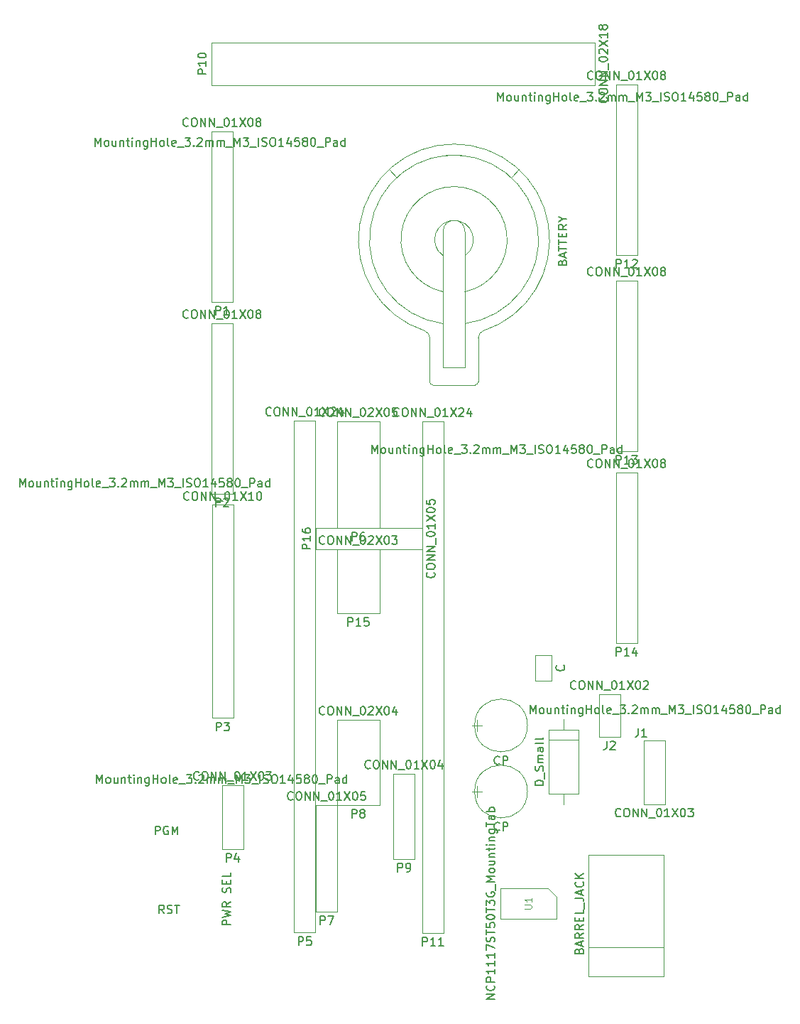
<source format=gbr>
G04 #@! TF.FileFunction,Other,Fab,Top*
%FSLAX46Y46*%
G04 Gerber Fmt 4.6, Leading zero omitted, Abs format (unit mm)*
G04 Created by KiCad (PCBNEW 4.0.6) date 06/28/18 03:02:04*
%MOMM*%
%LPD*%
G01*
G04 APERTURE LIST*
%ADD10C,0.100000*%
%ADD11C,0.150000*%
%ADD12C,0.120000*%
G04 APERTURE END LIST*
D10*
X145659000Y-145948000D02*
G75*
G03X145659000Y-145948000I-3150000J0D01*
G01*
X139059000Y-145948000D02*
X140259000Y-145948000D01*
X139659000Y-145298000D02*
X139659000Y-146598000D01*
X146569000Y-132736000D02*
X148569000Y-132736000D01*
X148569000Y-132736000D02*
X148569000Y-129736000D01*
X148569000Y-129736000D02*
X146569000Y-129736000D01*
X146569000Y-129736000D02*
X146569000Y-132736000D01*
X145659000Y-138074000D02*
G75*
G03X145659000Y-138074000I-3150000J0D01*
G01*
X139059000Y-138074000D02*
X140259000Y-138074000D01*
X139659000Y-137424000D02*
X139659000Y-138724000D01*
X152900000Y-164500000D02*
X161900000Y-164500000D01*
X152900000Y-168000000D02*
X161900000Y-168000000D01*
X161900000Y-168000000D02*
X161900000Y-153500000D01*
X161900000Y-153500000D02*
X152900000Y-153500000D01*
X152900000Y-153500000D02*
X152900000Y-168000000D01*
X151761000Y-138624000D02*
X148161000Y-138624000D01*
X148161000Y-138624000D02*
X148161000Y-146224000D01*
X148161000Y-146224000D02*
X151761000Y-146224000D01*
X151761000Y-146224000D02*
X151761000Y-138624000D01*
X149961000Y-137344000D02*
X149961000Y-138624000D01*
X149961000Y-147504000D02*
X149961000Y-146224000D01*
X151761000Y-139764000D02*
X148161000Y-139764000D01*
X110490000Y-87630000D02*
X110490000Y-67310000D01*
X110490000Y-67310000D02*
X107950000Y-67310000D01*
X107950000Y-67310000D02*
X107950000Y-87630000D01*
X107950000Y-87630000D02*
X110490000Y-87630000D01*
X110490000Y-110490000D02*
X110490000Y-90170000D01*
X110490000Y-90170000D02*
X107950000Y-90170000D01*
X107950000Y-90170000D02*
X107950000Y-110490000D01*
X107950000Y-110490000D02*
X110490000Y-110490000D01*
X110571000Y-137196000D02*
X110571000Y-111796000D01*
X110571000Y-111796000D02*
X108031000Y-111796000D01*
X108031000Y-111796000D02*
X108031000Y-137196000D01*
X108031000Y-137196000D02*
X110571000Y-137196000D01*
X111760000Y-152810000D02*
X111760000Y-145190000D01*
X111760000Y-145190000D02*
X109220000Y-145190000D01*
X109220000Y-145190000D02*
X109220000Y-152810000D01*
X109220000Y-152810000D02*
X111760000Y-152810000D01*
X120370000Y-162750000D02*
X120370000Y-101790000D01*
X120370000Y-101790000D02*
X117830000Y-101790000D01*
X117830000Y-101790000D02*
X117830000Y-162750000D01*
X117830000Y-162750000D02*
X120370000Y-162750000D01*
X128016000Y-114554000D02*
X128016000Y-101854000D01*
X128016000Y-101854000D02*
X122936000Y-101854000D01*
X122936000Y-101854000D02*
X122936000Y-114554000D01*
X122936000Y-114554000D02*
X128016000Y-114554000D01*
X122970000Y-160274000D02*
X122970000Y-147574000D01*
X122970000Y-147574000D02*
X120430000Y-147574000D01*
X120430000Y-147574000D02*
X120430000Y-160274000D01*
X120430000Y-160274000D02*
X122970000Y-160274000D01*
X128016000Y-147574000D02*
X128016000Y-137414000D01*
X128016000Y-137414000D02*
X122936000Y-137414000D01*
X122936000Y-137414000D02*
X122936000Y-147574000D01*
X122936000Y-147574000D02*
X128016000Y-147574000D01*
X132207000Y-153988000D02*
X132207000Y-143828000D01*
X132207000Y-143828000D02*
X129667000Y-143828000D01*
X129667000Y-143828000D02*
X129667000Y-153988000D01*
X129667000Y-153988000D02*
X132207000Y-153988000D01*
X107950000Y-61770000D02*
X153670000Y-61770000D01*
X153670000Y-61770000D02*
X153670000Y-56690000D01*
X153670000Y-56690000D02*
X107950000Y-56690000D01*
X107950000Y-56690000D02*
X107950000Y-61770000D01*
X135636000Y-162814000D02*
X135636000Y-101854000D01*
X135636000Y-101854000D02*
X133096000Y-101854000D01*
X133096000Y-101854000D02*
X133096000Y-162814000D01*
X133096000Y-162814000D02*
X135636000Y-162814000D01*
X158750000Y-82042000D02*
X158750000Y-61722000D01*
X158750000Y-61722000D02*
X156210000Y-61722000D01*
X156210000Y-61722000D02*
X156210000Y-82042000D01*
X156210000Y-82042000D02*
X158750000Y-82042000D01*
X158750000Y-105410000D02*
X158750000Y-85090000D01*
X158750000Y-85090000D02*
X156210000Y-85090000D01*
X156210000Y-85090000D02*
X156210000Y-105410000D01*
X156210000Y-105410000D02*
X158750000Y-105410000D01*
X158750000Y-128270000D02*
X158750000Y-107950000D01*
X158750000Y-107950000D02*
X156210000Y-107950000D01*
X156210000Y-107950000D02*
X156210000Y-128270000D01*
X156210000Y-128270000D02*
X158750000Y-128270000D01*
X128016000Y-124714000D02*
X128016000Y-117094000D01*
X128016000Y-117094000D02*
X122936000Y-117094000D01*
X122936000Y-117094000D02*
X122936000Y-124714000D01*
X122936000Y-124714000D02*
X128016000Y-124714000D01*
X120396000Y-117094000D02*
X133096000Y-117094000D01*
X133096000Y-117094000D02*
X133096000Y-114554000D01*
X133096000Y-114554000D02*
X120396000Y-114554000D01*
X120396000Y-114554000D02*
X120396000Y-117094000D01*
X148096000Y-157433000D02*
X149146000Y-158483000D01*
X148096000Y-157433000D02*
X142446000Y-157433000D01*
X149146000Y-158483000D02*
X149146000Y-161133000D01*
X142446000Y-157433000D02*
X142446000Y-161133000D01*
X149146000Y-161133000D02*
X142446000Y-161133000D01*
X140392182Y-91054277D02*
G75*
G03X139800000Y-91900000I307818J-845723D01*
G01*
X136824649Y-68799701D02*
G75*
G02X140400000Y-91050000I75351J-11400299D01*
G01*
X136975351Y-68799701D02*
G75*
G03X133400000Y-91050000I-75351J-11400299D01*
G01*
X135600000Y-70200000D02*
G75*
G02X138200000Y-90200000I1300000J-10000000D01*
G01*
X136696369Y-73868450D02*
G75*
G02X138200000Y-86400000I203631J-6331550D01*
G01*
X136724167Y-77904552D02*
G75*
G02X138200000Y-82100000I175833J-2295448D01*
G01*
X144621600Y-71828800D02*
X143783400Y-72743200D01*
X129178400Y-71828800D02*
X130042000Y-72768600D01*
X137075833Y-77904552D02*
G75*
G03X135600000Y-82100000I-175833J-2295448D01*
G01*
X137103631Y-73868450D02*
G75*
G03X135600000Y-86400000I-203631J-6331550D01*
G01*
X138200000Y-70200000D02*
G75*
G03X135600000Y-90200000I-1300000J-10000000D01*
G01*
X134000000Y-91869400D02*
X134000000Y-97100000D01*
X139800000Y-97100000D02*
X139800000Y-91869400D01*
X134400000Y-97500000D02*
X139400000Y-97500000D01*
X138200000Y-95400000D02*
X138200000Y-79200000D01*
X135600000Y-79200000D02*
X135600000Y-95400000D01*
X133407818Y-91054277D02*
G75*
G02X134000000Y-91900000I-307818J-845723D01*
G01*
X138200000Y-79200000D02*
G75*
G03X135600000Y-79200000I-1300000J0D01*
G01*
X135600000Y-95400000D02*
X138200000Y-95400000D01*
X139800000Y-97100000D02*
G75*
G02X139400000Y-97500000I-400000J0D01*
G01*
X134000000Y-97100000D02*
G75*
G03X134400000Y-97500000I400000J0D01*
G01*
X159530000Y-139830000D02*
X159530000Y-147450000D01*
X159530000Y-147450000D02*
X162070000Y-147450000D01*
X162070000Y-147450000D02*
X162070000Y-139830000D01*
X162070000Y-139830000D02*
X159530000Y-139830000D01*
X156718000Y-139446000D02*
X156718000Y-134366000D01*
X156718000Y-134366000D02*
X154178000Y-134366000D01*
X154178000Y-134366000D02*
X154178000Y-139446000D01*
X154178000Y-139446000D02*
X156718000Y-139446000D01*
D11*
X85095238Y-109652381D02*
X85095238Y-108652381D01*
X85428572Y-109366667D01*
X85761905Y-108652381D01*
X85761905Y-109652381D01*
X86380952Y-109652381D02*
X86285714Y-109604762D01*
X86238095Y-109557143D01*
X86190476Y-109461905D01*
X86190476Y-109176190D01*
X86238095Y-109080952D01*
X86285714Y-109033333D01*
X86380952Y-108985714D01*
X86523810Y-108985714D01*
X86619048Y-109033333D01*
X86666667Y-109080952D01*
X86714286Y-109176190D01*
X86714286Y-109461905D01*
X86666667Y-109557143D01*
X86619048Y-109604762D01*
X86523810Y-109652381D01*
X86380952Y-109652381D01*
X87571429Y-108985714D02*
X87571429Y-109652381D01*
X87142857Y-108985714D02*
X87142857Y-109509524D01*
X87190476Y-109604762D01*
X87285714Y-109652381D01*
X87428572Y-109652381D01*
X87523810Y-109604762D01*
X87571429Y-109557143D01*
X88047619Y-108985714D02*
X88047619Y-109652381D01*
X88047619Y-109080952D02*
X88095238Y-109033333D01*
X88190476Y-108985714D01*
X88333334Y-108985714D01*
X88428572Y-109033333D01*
X88476191Y-109128571D01*
X88476191Y-109652381D01*
X88809524Y-108985714D02*
X89190476Y-108985714D01*
X88952381Y-108652381D02*
X88952381Y-109509524D01*
X89000000Y-109604762D01*
X89095238Y-109652381D01*
X89190476Y-109652381D01*
X89523810Y-109652381D02*
X89523810Y-108985714D01*
X89523810Y-108652381D02*
X89476191Y-108700000D01*
X89523810Y-108747619D01*
X89571429Y-108700000D01*
X89523810Y-108652381D01*
X89523810Y-108747619D01*
X90000000Y-108985714D02*
X90000000Y-109652381D01*
X90000000Y-109080952D02*
X90047619Y-109033333D01*
X90142857Y-108985714D01*
X90285715Y-108985714D01*
X90380953Y-109033333D01*
X90428572Y-109128571D01*
X90428572Y-109652381D01*
X91333334Y-108985714D02*
X91333334Y-109795238D01*
X91285715Y-109890476D01*
X91238096Y-109938095D01*
X91142857Y-109985714D01*
X91000000Y-109985714D01*
X90904762Y-109938095D01*
X91333334Y-109604762D02*
X91238096Y-109652381D01*
X91047619Y-109652381D01*
X90952381Y-109604762D01*
X90904762Y-109557143D01*
X90857143Y-109461905D01*
X90857143Y-109176190D01*
X90904762Y-109080952D01*
X90952381Y-109033333D01*
X91047619Y-108985714D01*
X91238096Y-108985714D01*
X91333334Y-109033333D01*
X91809524Y-109652381D02*
X91809524Y-108652381D01*
X91809524Y-109128571D02*
X92380953Y-109128571D01*
X92380953Y-109652381D02*
X92380953Y-108652381D01*
X93000000Y-109652381D02*
X92904762Y-109604762D01*
X92857143Y-109557143D01*
X92809524Y-109461905D01*
X92809524Y-109176190D01*
X92857143Y-109080952D01*
X92904762Y-109033333D01*
X93000000Y-108985714D01*
X93142858Y-108985714D01*
X93238096Y-109033333D01*
X93285715Y-109080952D01*
X93333334Y-109176190D01*
X93333334Y-109461905D01*
X93285715Y-109557143D01*
X93238096Y-109604762D01*
X93142858Y-109652381D01*
X93000000Y-109652381D01*
X93904762Y-109652381D02*
X93809524Y-109604762D01*
X93761905Y-109509524D01*
X93761905Y-108652381D01*
X94666668Y-109604762D02*
X94571430Y-109652381D01*
X94380953Y-109652381D01*
X94285715Y-109604762D01*
X94238096Y-109509524D01*
X94238096Y-109128571D01*
X94285715Y-109033333D01*
X94380953Y-108985714D01*
X94571430Y-108985714D01*
X94666668Y-109033333D01*
X94714287Y-109128571D01*
X94714287Y-109223810D01*
X94238096Y-109319048D01*
X94904763Y-109747619D02*
X95666668Y-109747619D01*
X95809525Y-108652381D02*
X96428573Y-108652381D01*
X96095239Y-109033333D01*
X96238097Y-109033333D01*
X96333335Y-109080952D01*
X96380954Y-109128571D01*
X96428573Y-109223810D01*
X96428573Y-109461905D01*
X96380954Y-109557143D01*
X96333335Y-109604762D01*
X96238097Y-109652381D01*
X95952382Y-109652381D01*
X95857144Y-109604762D01*
X95809525Y-109557143D01*
X96857144Y-109557143D02*
X96904763Y-109604762D01*
X96857144Y-109652381D01*
X96809525Y-109604762D01*
X96857144Y-109557143D01*
X96857144Y-109652381D01*
X97285715Y-108747619D02*
X97333334Y-108700000D01*
X97428572Y-108652381D01*
X97666668Y-108652381D01*
X97761906Y-108700000D01*
X97809525Y-108747619D01*
X97857144Y-108842857D01*
X97857144Y-108938095D01*
X97809525Y-109080952D01*
X97238096Y-109652381D01*
X97857144Y-109652381D01*
X98285715Y-109652381D02*
X98285715Y-108985714D01*
X98285715Y-109080952D02*
X98333334Y-109033333D01*
X98428572Y-108985714D01*
X98571430Y-108985714D01*
X98666668Y-109033333D01*
X98714287Y-109128571D01*
X98714287Y-109652381D01*
X98714287Y-109128571D02*
X98761906Y-109033333D01*
X98857144Y-108985714D01*
X99000001Y-108985714D01*
X99095239Y-109033333D01*
X99142858Y-109128571D01*
X99142858Y-109652381D01*
X99619048Y-109652381D02*
X99619048Y-108985714D01*
X99619048Y-109080952D02*
X99666667Y-109033333D01*
X99761905Y-108985714D01*
X99904763Y-108985714D01*
X100000001Y-109033333D01*
X100047620Y-109128571D01*
X100047620Y-109652381D01*
X100047620Y-109128571D02*
X100095239Y-109033333D01*
X100190477Y-108985714D01*
X100333334Y-108985714D01*
X100428572Y-109033333D01*
X100476191Y-109128571D01*
X100476191Y-109652381D01*
X100714286Y-109747619D02*
X101476191Y-109747619D01*
X101714286Y-109652381D02*
X101714286Y-108652381D01*
X102047620Y-109366667D01*
X102380953Y-108652381D01*
X102380953Y-109652381D01*
X102761905Y-108652381D02*
X103380953Y-108652381D01*
X103047619Y-109033333D01*
X103190477Y-109033333D01*
X103285715Y-109080952D01*
X103333334Y-109128571D01*
X103380953Y-109223810D01*
X103380953Y-109461905D01*
X103333334Y-109557143D01*
X103285715Y-109604762D01*
X103190477Y-109652381D01*
X102904762Y-109652381D01*
X102809524Y-109604762D01*
X102761905Y-109557143D01*
X103571429Y-109747619D02*
X104333334Y-109747619D01*
X104571429Y-109652381D02*
X104571429Y-108652381D01*
X105000000Y-109604762D02*
X105142857Y-109652381D01*
X105380953Y-109652381D01*
X105476191Y-109604762D01*
X105523810Y-109557143D01*
X105571429Y-109461905D01*
X105571429Y-109366667D01*
X105523810Y-109271429D01*
X105476191Y-109223810D01*
X105380953Y-109176190D01*
X105190476Y-109128571D01*
X105095238Y-109080952D01*
X105047619Y-109033333D01*
X105000000Y-108938095D01*
X105000000Y-108842857D01*
X105047619Y-108747619D01*
X105095238Y-108700000D01*
X105190476Y-108652381D01*
X105428572Y-108652381D01*
X105571429Y-108700000D01*
X106190476Y-108652381D02*
X106380953Y-108652381D01*
X106476191Y-108700000D01*
X106571429Y-108795238D01*
X106619048Y-108985714D01*
X106619048Y-109319048D01*
X106571429Y-109509524D01*
X106476191Y-109604762D01*
X106380953Y-109652381D01*
X106190476Y-109652381D01*
X106095238Y-109604762D01*
X106000000Y-109509524D01*
X105952381Y-109319048D01*
X105952381Y-108985714D01*
X106000000Y-108795238D01*
X106095238Y-108700000D01*
X106190476Y-108652381D01*
X107571429Y-109652381D02*
X107000000Y-109652381D01*
X107285714Y-109652381D02*
X107285714Y-108652381D01*
X107190476Y-108795238D01*
X107095238Y-108890476D01*
X107000000Y-108938095D01*
X108428572Y-108985714D02*
X108428572Y-109652381D01*
X108190476Y-108604762D02*
X107952381Y-109319048D01*
X108571429Y-109319048D01*
X109428572Y-108652381D02*
X108952381Y-108652381D01*
X108904762Y-109128571D01*
X108952381Y-109080952D01*
X109047619Y-109033333D01*
X109285715Y-109033333D01*
X109380953Y-109080952D01*
X109428572Y-109128571D01*
X109476191Y-109223810D01*
X109476191Y-109461905D01*
X109428572Y-109557143D01*
X109380953Y-109604762D01*
X109285715Y-109652381D01*
X109047619Y-109652381D01*
X108952381Y-109604762D01*
X108904762Y-109557143D01*
X110047619Y-109080952D02*
X109952381Y-109033333D01*
X109904762Y-108985714D01*
X109857143Y-108890476D01*
X109857143Y-108842857D01*
X109904762Y-108747619D01*
X109952381Y-108700000D01*
X110047619Y-108652381D01*
X110238096Y-108652381D01*
X110333334Y-108700000D01*
X110380953Y-108747619D01*
X110428572Y-108842857D01*
X110428572Y-108890476D01*
X110380953Y-108985714D01*
X110333334Y-109033333D01*
X110238096Y-109080952D01*
X110047619Y-109080952D01*
X109952381Y-109128571D01*
X109904762Y-109176190D01*
X109857143Y-109271429D01*
X109857143Y-109461905D01*
X109904762Y-109557143D01*
X109952381Y-109604762D01*
X110047619Y-109652381D01*
X110238096Y-109652381D01*
X110333334Y-109604762D01*
X110380953Y-109557143D01*
X110428572Y-109461905D01*
X110428572Y-109271429D01*
X110380953Y-109176190D01*
X110333334Y-109128571D01*
X110238096Y-109080952D01*
X111047619Y-108652381D02*
X111142858Y-108652381D01*
X111238096Y-108700000D01*
X111285715Y-108747619D01*
X111333334Y-108842857D01*
X111380953Y-109033333D01*
X111380953Y-109271429D01*
X111333334Y-109461905D01*
X111285715Y-109557143D01*
X111238096Y-109604762D01*
X111142858Y-109652381D01*
X111047619Y-109652381D01*
X110952381Y-109604762D01*
X110904762Y-109557143D01*
X110857143Y-109461905D01*
X110809524Y-109271429D01*
X110809524Y-109033333D01*
X110857143Y-108842857D01*
X110904762Y-108747619D01*
X110952381Y-108700000D01*
X111047619Y-108652381D01*
X111571429Y-109747619D02*
X112333334Y-109747619D01*
X112571429Y-109652381D02*
X112571429Y-108652381D01*
X112952382Y-108652381D01*
X113047620Y-108700000D01*
X113095239Y-108747619D01*
X113142858Y-108842857D01*
X113142858Y-108985714D01*
X113095239Y-109080952D01*
X113047620Y-109128571D01*
X112952382Y-109176190D01*
X112571429Y-109176190D01*
X114000001Y-109652381D02*
X114000001Y-109128571D01*
X113952382Y-109033333D01*
X113857144Y-108985714D01*
X113666667Y-108985714D01*
X113571429Y-109033333D01*
X114000001Y-109604762D02*
X113904763Y-109652381D01*
X113666667Y-109652381D01*
X113571429Y-109604762D01*
X113523810Y-109509524D01*
X113523810Y-109414286D01*
X113571429Y-109319048D01*
X113666667Y-109271429D01*
X113904763Y-109271429D01*
X114000001Y-109223810D01*
X114904763Y-109652381D02*
X114904763Y-108652381D01*
X114904763Y-109604762D02*
X114809525Y-109652381D01*
X114619048Y-109652381D01*
X114523810Y-109604762D01*
X114476191Y-109557143D01*
X114428572Y-109461905D01*
X114428572Y-109176190D01*
X114476191Y-109080952D01*
X114523810Y-109033333D01*
X114619048Y-108985714D01*
X114809525Y-108985714D01*
X114904763Y-109033333D01*
X145995238Y-136652381D02*
X145995238Y-135652381D01*
X146328572Y-136366667D01*
X146661905Y-135652381D01*
X146661905Y-136652381D01*
X147280952Y-136652381D02*
X147185714Y-136604762D01*
X147138095Y-136557143D01*
X147090476Y-136461905D01*
X147090476Y-136176190D01*
X147138095Y-136080952D01*
X147185714Y-136033333D01*
X147280952Y-135985714D01*
X147423810Y-135985714D01*
X147519048Y-136033333D01*
X147566667Y-136080952D01*
X147614286Y-136176190D01*
X147614286Y-136461905D01*
X147566667Y-136557143D01*
X147519048Y-136604762D01*
X147423810Y-136652381D01*
X147280952Y-136652381D01*
X148471429Y-135985714D02*
X148471429Y-136652381D01*
X148042857Y-135985714D02*
X148042857Y-136509524D01*
X148090476Y-136604762D01*
X148185714Y-136652381D01*
X148328572Y-136652381D01*
X148423810Y-136604762D01*
X148471429Y-136557143D01*
X148947619Y-135985714D02*
X148947619Y-136652381D01*
X148947619Y-136080952D02*
X148995238Y-136033333D01*
X149090476Y-135985714D01*
X149233334Y-135985714D01*
X149328572Y-136033333D01*
X149376191Y-136128571D01*
X149376191Y-136652381D01*
X149709524Y-135985714D02*
X150090476Y-135985714D01*
X149852381Y-135652381D02*
X149852381Y-136509524D01*
X149900000Y-136604762D01*
X149995238Y-136652381D01*
X150090476Y-136652381D01*
X150423810Y-136652381D02*
X150423810Y-135985714D01*
X150423810Y-135652381D02*
X150376191Y-135700000D01*
X150423810Y-135747619D01*
X150471429Y-135700000D01*
X150423810Y-135652381D01*
X150423810Y-135747619D01*
X150900000Y-135985714D02*
X150900000Y-136652381D01*
X150900000Y-136080952D02*
X150947619Y-136033333D01*
X151042857Y-135985714D01*
X151185715Y-135985714D01*
X151280953Y-136033333D01*
X151328572Y-136128571D01*
X151328572Y-136652381D01*
X152233334Y-135985714D02*
X152233334Y-136795238D01*
X152185715Y-136890476D01*
X152138096Y-136938095D01*
X152042857Y-136985714D01*
X151900000Y-136985714D01*
X151804762Y-136938095D01*
X152233334Y-136604762D02*
X152138096Y-136652381D01*
X151947619Y-136652381D01*
X151852381Y-136604762D01*
X151804762Y-136557143D01*
X151757143Y-136461905D01*
X151757143Y-136176190D01*
X151804762Y-136080952D01*
X151852381Y-136033333D01*
X151947619Y-135985714D01*
X152138096Y-135985714D01*
X152233334Y-136033333D01*
X152709524Y-136652381D02*
X152709524Y-135652381D01*
X152709524Y-136128571D02*
X153280953Y-136128571D01*
X153280953Y-136652381D02*
X153280953Y-135652381D01*
X153900000Y-136652381D02*
X153804762Y-136604762D01*
X153757143Y-136557143D01*
X153709524Y-136461905D01*
X153709524Y-136176190D01*
X153757143Y-136080952D01*
X153804762Y-136033333D01*
X153900000Y-135985714D01*
X154042858Y-135985714D01*
X154138096Y-136033333D01*
X154185715Y-136080952D01*
X154233334Y-136176190D01*
X154233334Y-136461905D01*
X154185715Y-136557143D01*
X154138096Y-136604762D01*
X154042858Y-136652381D01*
X153900000Y-136652381D01*
X154804762Y-136652381D02*
X154709524Y-136604762D01*
X154661905Y-136509524D01*
X154661905Y-135652381D01*
X155566668Y-136604762D02*
X155471430Y-136652381D01*
X155280953Y-136652381D01*
X155185715Y-136604762D01*
X155138096Y-136509524D01*
X155138096Y-136128571D01*
X155185715Y-136033333D01*
X155280953Y-135985714D01*
X155471430Y-135985714D01*
X155566668Y-136033333D01*
X155614287Y-136128571D01*
X155614287Y-136223810D01*
X155138096Y-136319048D01*
X155804763Y-136747619D02*
X156566668Y-136747619D01*
X156709525Y-135652381D02*
X157328573Y-135652381D01*
X156995239Y-136033333D01*
X157138097Y-136033333D01*
X157233335Y-136080952D01*
X157280954Y-136128571D01*
X157328573Y-136223810D01*
X157328573Y-136461905D01*
X157280954Y-136557143D01*
X157233335Y-136604762D01*
X157138097Y-136652381D01*
X156852382Y-136652381D01*
X156757144Y-136604762D01*
X156709525Y-136557143D01*
X157757144Y-136557143D02*
X157804763Y-136604762D01*
X157757144Y-136652381D01*
X157709525Y-136604762D01*
X157757144Y-136557143D01*
X157757144Y-136652381D01*
X158185715Y-135747619D02*
X158233334Y-135700000D01*
X158328572Y-135652381D01*
X158566668Y-135652381D01*
X158661906Y-135700000D01*
X158709525Y-135747619D01*
X158757144Y-135842857D01*
X158757144Y-135938095D01*
X158709525Y-136080952D01*
X158138096Y-136652381D01*
X158757144Y-136652381D01*
X159185715Y-136652381D02*
X159185715Y-135985714D01*
X159185715Y-136080952D02*
X159233334Y-136033333D01*
X159328572Y-135985714D01*
X159471430Y-135985714D01*
X159566668Y-136033333D01*
X159614287Y-136128571D01*
X159614287Y-136652381D01*
X159614287Y-136128571D02*
X159661906Y-136033333D01*
X159757144Y-135985714D01*
X159900001Y-135985714D01*
X159995239Y-136033333D01*
X160042858Y-136128571D01*
X160042858Y-136652381D01*
X160519048Y-136652381D02*
X160519048Y-135985714D01*
X160519048Y-136080952D02*
X160566667Y-136033333D01*
X160661905Y-135985714D01*
X160804763Y-135985714D01*
X160900001Y-136033333D01*
X160947620Y-136128571D01*
X160947620Y-136652381D01*
X160947620Y-136128571D02*
X160995239Y-136033333D01*
X161090477Y-135985714D01*
X161233334Y-135985714D01*
X161328572Y-136033333D01*
X161376191Y-136128571D01*
X161376191Y-136652381D01*
X161614286Y-136747619D02*
X162376191Y-136747619D01*
X162614286Y-136652381D02*
X162614286Y-135652381D01*
X162947620Y-136366667D01*
X163280953Y-135652381D01*
X163280953Y-136652381D01*
X163661905Y-135652381D02*
X164280953Y-135652381D01*
X163947619Y-136033333D01*
X164090477Y-136033333D01*
X164185715Y-136080952D01*
X164233334Y-136128571D01*
X164280953Y-136223810D01*
X164280953Y-136461905D01*
X164233334Y-136557143D01*
X164185715Y-136604762D01*
X164090477Y-136652381D01*
X163804762Y-136652381D01*
X163709524Y-136604762D01*
X163661905Y-136557143D01*
X164471429Y-136747619D02*
X165233334Y-136747619D01*
X165471429Y-136652381D02*
X165471429Y-135652381D01*
X165900000Y-136604762D02*
X166042857Y-136652381D01*
X166280953Y-136652381D01*
X166376191Y-136604762D01*
X166423810Y-136557143D01*
X166471429Y-136461905D01*
X166471429Y-136366667D01*
X166423810Y-136271429D01*
X166376191Y-136223810D01*
X166280953Y-136176190D01*
X166090476Y-136128571D01*
X165995238Y-136080952D01*
X165947619Y-136033333D01*
X165900000Y-135938095D01*
X165900000Y-135842857D01*
X165947619Y-135747619D01*
X165995238Y-135700000D01*
X166090476Y-135652381D01*
X166328572Y-135652381D01*
X166471429Y-135700000D01*
X167090476Y-135652381D02*
X167280953Y-135652381D01*
X167376191Y-135700000D01*
X167471429Y-135795238D01*
X167519048Y-135985714D01*
X167519048Y-136319048D01*
X167471429Y-136509524D01*
X167376191Y-136604762D01*
X167280953Y-136652381D01*
X167090476Y-136652381D01*
X166995238Y-136604762D01*
X166900000Y-136509524D01*
X166852381Y-136319048D01*
X166852381Y-135985714D01*
X166900000Y-135795238D01*
X166995238Y-135700000D01*
X167090476Y-135652381D01*
X168471429Y-136652381D02*
X167900000Y-136652381D01*
X168185714Y-136652381D02*
X168185714Y-135652381D01*
X168090476Y-135795238D01*
X167995238Y-135890476D01*
X167900000Y-135938095D01*
X169328572Y-135985714D02*
X169328572Y-136652381D01*
X169090476Y-135604762D02*
X168852381Y-136319048D01*
X169471429Y-136319048D01*
X170328572Y-135652381D02*
X169852381Y-135652381D01*
X169804762Y-136128571D01*
X169852381Y-136080952D01*
X169947619Y-136033333D01*
X170185715Y-136033333D01*
X170280953Y-136080952D01*
X170328572Y-136128571D01*
X170376191Y-136223810D01*
X170376191Y-136461905D01*
X170328572Y-136557143D01*
X170280953Y-136604762D01*
X170185715Y-136652381D01*
X169947619Y-136652381D01*
X169852381Y-136604762D01*
X169804762Y-136557143D01*
X170947619Y-136080952D02*
X170852381Y-136033333D01*
X170804762Y-135985714D01*
X170757143Y-135890476D01*
X170757143Y-135842857D01*
X170804762Y-135747619D01*
X170852381Y-135700000D01*
X170947619Y-135652381D01*
X171138096Y-135652381D01*
X171233334Y-135700000D01*
X171280953Y-135747619D01*
X171328572Y-135842857D01*
X171328572Y-135890476D01*
X171280953Y-135985714D01*
X171233334Y-136033333D01*
X171138096Y-136080952D01*
X170947619Y-136080952D01*
X170852381Y-136128571D01*
X170804762Y-136176190D01*
X170757143Y-136271429D01*
X170757143Y-136461905D01*
X170804762Y-136557143D01*
X170852381Y-136604762D01*
X170947619Y-136652381D01*
X171138096Y-136652381D01*
X171233334Y-136604762D01*
X171280953Y-136557143D01*
X171328572Y-136461905D01*
X171328572Y-136271429D01*
X171280953Y-136176190D01*
X171233334Y-136128571D01*
X171138096Y-136080952D01*
X171947619Y-135652381D02*
X172042858Y-135652381D01*
X172138096Y-135700000D01*
X172185715Y-135747619D01*
X172233334Y-135842857D01*
X172280953Y-136033333D01*
X172280953Y-136271429D01*
X172233334Y-136461905D01*
X172185715Y-136557143D01*
X172138096Y-136604762D01*
X172042858Y-136652381D01*
X171947619Y-136652381D01*
X171852381Y-136604762D01*
X171804762Y-136557143D01*
X171757143Y-136461905D01*
X171709524Y-136271429D01*
X171709524Y-136033333D01*
X171757143Y-135842857D01*
X171804762Y-135747619D01*
X171852381Y-135700000D01*
X171947619Y-135652381D01*
X172471429Y-136747619D02*
X173233334Y-136747619D01*
X173471429Y-136652381D02*
X173471429Y-135652381D01*
X173852382Y-135652381D01*
X173947620Y-135700000D01*
X173995239Y-135747619D01*
X174042858Y-135842857D01*
X174042858Y-135985714D01*
X173995239Y-136080952D01*
X173947620Y-136128571D01*
X173852382Y-136176190D01*
X173471429Y-136176190D01*
X174900001Y-136652381D02*
X174900001Y-136128571D01*
X174852382Y-136033333D01*
X174757144Y-135985714D01*
X174566667Y-135985714D01*
X174471429Y-136033333D01*
X174900001Y-136604762D02*
X174804763Y-136652381D01*
X174566667Y-136652381D01*
X174471429Y-136604762D01*
X174423810Y-136509524D01*
X174423810Y-136414286D01*
X174471429Y-136319048D01*
X174566667Y-136271429D01*
X174804763Y-136271429D01*
X174900001Y-136223810D01*
X175804763Y-136652381D02*
X175804763Y-135652381D01*
X175804763Y-136604762D02*
X175709525Y-136652381D01*
X175519048Y-136652381D01*
X175423810Y-136604762D01*
X175376191Y-136557143D01*
X175328572Y-136461905D01*
X175328572Y-136176190D01*
X175376191Y-136080952D01*
X175423810Y-136033333D01*
X175519048Y-135985714D01*
X175709525Y-135985714D01*
X175804763Y-136033333D01*
X94295238Y-144952381D02*
X94295238Y-143952381D01*
X94628572Y-144666667D01*
X94961905Y-143952381D01*
X94961905Y-144952381D01*
X95580952Y-144952381D02*
X95485714Y-144904762D01*
X95438095Y-144857143D01*
X95390476Y-144761905D01*
X95390476Y-144476190D01*
X95438095Y-144380952D01*
X95485714Y-144333333D01*
X95580952Y-144285714D01*
X95723810Y-144285714D01*
X95819048Y-144333333D01*
X95866667Y-144380952D01*
X95914286Y-144476190D01*
X95914286Y-144761905D01*
X95866667Y-144857143D01*
X95819048Y-144904762D01*
X95723810Y-144952381D01*
X95580952Y-144952381D01*
X96771429Y-144285714D02*
X96771429Y-144952381D01*
X96342857Y-144285714D02*
X96342857Y-144809524D01*
X96390476Y-144904762D01*
X96485714Y-144952381D01*
X96628572Y-144952381D01*
X96723810Y-144904762D01*
X96771429Y-144857143D01*
X97247619Y-144285714D02*
X97247619Y-144952381D01*
X97247619Y-144380952D02*
X97295238Y-144333333D01*
X97390476Y-144285714D01*
X97533334Y-144285714D01*
X97628572Y-144333333D01*
X97676191Y-144428571D01*
X97676191Y-144952381D01*
X98009524Y-144285714D02*
X98390476Y-144285714D01*
X98152381Y-143952381D02*
X98152381Y-144809524D01*
X98200000Y-144904762D01*
X98295238Y-144952381D01*
X98390476Y-144952381D01*
X98723810Y-144952381D02*
X98723810Y-144285714D01*
X98723810Y-143952381D02*
X98676191Y-144000000D01*
X98723810Y-144047619D01*
X98771429Y-144000000D01*
X98723810Y-143952381D01*
X98723810Y-144047619D01*
X99200000Y-144285714D02*
X99200000Y-144952381D01*
X99200000Y-144380952D02*
X99247619Y-144333333D01*
X99342857Y-144285714D01*
X99485715Y-144285714D01*
X99580953Y-144333333D01*
X99628572Y-144428571D01*
X99628572Y-144952381D01*
X100533334Y-144285714D02*
X100533334Y-145095238D01*
X100485715Y-145190476D01*
X100438096Y-145238095D01*
X100342857Y-145285714D01*
X100200000Y-145285714D01*
X100104762Y-145238095D01*
X100533334Y-144904762D02*
X100438096Y-144952381D01*
X100247619Y-144952381D01*
X100152381Y-144904762D01*
X100104762Y-144857143D01*
X100057143Y-144761905D01*
X100057143Y-144476190D01*
X100104762Y-144380952D01*
X100152381Y-144333333D01*
X100247619Y-144285714D01*
X100438096Y-144285714D01*
X100533334Y-144333333D01*
X101009524Y-144952381D02*
X101009524Y-143952381D01*
X101009524Y-144428571D02*
X101580953Y-144428571D01*
X101580953Y-144952381D02*
X101580953Y-143952381D01*
X102200000Y-144952381D02*
X102104762Y-144904762D01*
X102057143Y-144857143D01*
X102009524Y-144761905D01*
X102009524Y-144476190D01*
X102057143Y-144380952D01*
X102104762Y-144333333D01*
X102200000Y-144285714D01*
X102342858Y-144285714D01*
X102438096Y-144333333D01*
X102485715Y-144380952D01*
X102533334Y-144476190D01*
X102533334Y-144761905D01*
X102485715Y-144857143D01*
X102438096Y-144904762D01*
X102342858Y-144952381D01*
X102200000Y-144952381D01*
X103104762Y-144952381D02*
X103009524Y-144904762D01*
X102961905Y-144809524D01*
X102961905Y-143952381D01*
X103866668Y-144904762D02*
X103771430Y-144952381D01*
X103580953Y-144952381D01*
X103485715Y-144904762D01*
X103438096Y-144809524D01*
X103438096Y-144428571D01*
X103485715Y-144333333D01*
X103580953Y-144285714D01*
X103771430Y-144285714D01*
X103866668Y-144333333D01*
X103914287Y-144428571D01*
X103914287Y-144523810D01*
X103438096Y-144619048D01*
X104104763Y-145047619D02*
X104866668Y-145047619D01*
X105009525Y-143952381D02*
X105628573Y-143952381D01*
X105295239Y-144333333D01*
X105438097Y-144333333D01*
X105533335Y-144380952D01*
X105580954Y-144428571D01*
X105628573Y-144523810D01*
X105628573Y-144761905D01*
X105580954Y-144857143D01*
X105533335Y-144904762D01*
X105438097Y-144952381D01*
X105152382Y-144952381D01*
X105057144Y-144904762D01*
X105009525Y-144857143D01*
X106057144Y-144857143D02*
X106104763Y-144904762D01*
X106057144Y-144952381D01*
X106009525Y-144904762D01*
X106057144Y-144857143D01*
X106057144Y-144952381D01*
X106485715Y-144047619D02*
X106533334Y-144000000D01*
X106628572Y-143952381D01*
X106866668Y-143952381D01*
X106961906Y-144000000D01*
X107009525Y-144047619D01*
X107057144Y-144142857D01*
X107057144Y-144238095D01*
X107009525Y-144380952D01*
X106438096Y-144952381D01*
X107057144Y-144952381D01*
X107485715Y-144952381D02*
X107485715Y-144285714D01*
X107485715Y-144380952D02*
X107533334Y-144333333D01*
X107628572Y-144285714D01*
X107771430Y-144285714D01*
X107866668Y-144333333D01*
X107914287Y-144428571D01*
X107914287Y-144952381D01*
X107914287Y-144428571D02*
X107961906Y-144333333D01*
X108057144Y-144285714D01*
X108200001Y-144285714D01*
X108295239Y-144333333D01*
X108342858Y-144428571D01*
X108342858Y-144952381D01*
X108819048Y-144952381D02*
X108819048Y-144285714D01*
X108819048Y-144380952D02*
X108866667Y-144333333D01*
X108961905Y-144285714D01*
X109104763Y-144285714D01*
X109200001Y-144333333D01*
X109247620Y-144428571D01*
X109247620Y-144952381D01*
X109247620Y-144428571D02*
X109295239Y-144333333D01*
X109390477Y-144285714D01*
X109533334Y-144285714D01*
X109628572Y-144333333D01*
X109676191Y-144428571D01*
X109676191Y-144952381D01*
X109914286Y-145047619D02*
X110676191Y-145047619D01*
X110914286Y-144952381D02*
X110914286Y-143952381D01*
X111247620Y-144666667D01*
X111580953Y-143952381D01*
X111580953Y-144952381D01*
X111961905Y-143952381D02*
X112580953Y-143952381D01*
X112247619Y-144333333D01*
X112390477Y-144333333D01*
X112485715Y-144380952D01*
X112533334Y-144428571D01*
X112580953Y-144523810D01*
X112580953Y-144761905D01*
X112533334Y-144857143D01*
X112485715Y-144904762D01*
X112390477Y-144952381D01*
X112104762Y-144952381D01*
X112009524Y-144904762D01*
X111961905Y-144857143D01*
X112771429Y-145047619D02*
X113533334Y-145047619D01*
X113771429Y-144952381D02*
X113771429Y-143952381D01*
X114200000Y-144904762D02*
X114342857Y-144952381D01*
X114580953Y-144952381D01*
X114676191Y-144904762D01*
X114723810Y-144857143D01*
X114771429Y-144761905D01*
X114771429Y-144666667D01*
X114723810Y-144571429D01*
X114676191Y-144523810D01*
X114580953Y-144476190D01*
X114390476Y-144428571D01*
X114295238Y-144380952D01*
X114247619Y-144333333D01*
X114200000Y-144238095D01*
X114200000Y-144142857D01*
X114247619Y-144047619D01*
X114295238Y-144000000D01*
X114390476Y-143952381D01*
X114628572Y-143952381D01*
X114771429Y-144000000D01*
X115390476Y-143952381D02*
X115580953Y-143952381D01*
X115676191Y-144000000D01*
X115771429Y-144095238D01*
X115819048Y-144285714D01*
X115819048Y-144619048D01*
X115771429Y-144809524D01*
X115676191Y-144904762D01*
X115580953Y-144952381D01*
X115390476Y-144952381D01*
X115295238Y-144904762D01*
X115200000Y-144809524D01*
X115152381Y-144619048D01*
X115152381Y-144285714D01*
X115200000Y-144095238D01*
X115295238Y-144000000D01*
X115390476Y-143952381D01*
X116771429Y-144952381D02*
X116200000Y-144952381D01*
X116485714Y-144952381D02*
X116485714Y-143952381D01*
X116390476Y-144095238D01*
X116295238Y-144190476D01*
X116200000Y-144238095D01*
X117628572Y-144285714D02*
X117628572Y-144952381D01*
X117390476Y-143904762D02*
X117152381Y-144619048D01*
X117771429Y-144619048D01*
X118628572Y-143952381D02*
X118152381Y-143952381D01*
X118104762Y-144428571D01*
X118152381Y-144380952D01*
X118247619Y-144333333D01*
X118485715Y-144333333D01*
X118580953Y-144380952D01*
X118628572Y-144428571D01*
X118676191Y-144523810D01*
X118676191Y-144761905D01*
X118628572Y-144857143D01*
X118580953Y-144904762D01*
X118485715Y-144952381D01*
X118247619Y-144952381D01*
X118152381Y-144904762D01*
X118104762Y-144857143D01*
X119247619Y-144380952D02*
X119152381Y-144333333D01*
X119104762Y-144285714D01*
X119057143Y-144190476D01*
X119057143Y-144142857D01*
X119104762Y-144047619D01*
X119152381Y-144000000D01*
X119247619Y-143952381D01*
X119438096Y-143952381D01*
X119533334Y-144000000D01*
X119580953Y-144047619D01*
X119628572Y-144142857D01*
X119628572Y-144190476D01*
X119580953Y-144285714D01*
X119533334Y-144333333D01*
X119438096Y-144380952D01*
X119247619Y-144380952D01*
X119152381Y-144428571D01*
X119104762Y-144476190D01*
X119057143Y-144571429D01*
X119057143Y-144761905D01*
X119104762Y-144857143D01*
X119152381Y-144904762D01*
X119247619Y-144952381D01*
X119438096Y-144952381D01*
X119533334Y-144904762D01*
X119580953Y-144857143D01*
X119628572Y-144761905D01*
X119628572Y-144571429D01*
X119580953Y-144476190D01*
X119533334Y-144428571D01*
X119438096Y-144380952D01*
X120247619Y-143952381D02*
X120342858Y-143952381D01*
X120438096Y-144000000D01*
X120485715Y-144047619D01*
X120533334Y-144142857D01*
X120580953Y-144333333D01*
X120580953Y-144571429D01*
X120533334Y-144761905D01*
X120485715Y-144857143D01*
X120438096Y-144904762D01*
X120342858Y-144952381D01*
X120247619Y-144952381D01*
X120152381Y-144904762D01*
X120104762Y-144857143D01*
X120057143Y-144761905D01*
X120009524Y-144571429D01*
X120009524Y-144333333D01*
X120057143Y-144142857D01*
X120104762Y-144047619D01*
X120152381Y-144000000D01*
X120247619Y-143952381D01*
X120771429Y-145047619D02*
X121533334Y-145047619D01*
X121771429Y-144952381D02*
X121771429Y-143952381D01*
X122152382Y-143952381D01*
X122247620Y-144000000D01*
X122295239Y-144047619D01*
X122342858Y-144142857D01*
X122342858Y-144285714D01*
X122295239Y-144380952D01*
X122247620Y-144428571D01*
X122152382Y-144476190D01*
X121771429Y-144476190D01*
X123200001Y-144952381D02*
X123200001Y-144428571D01*
X123152382Y-144333333D01*
X123057144Y-144285714D01*
X122866667Y-144285714D01*
X122771429Y-144333333D01*
X123200001Y-144904762D02*
X123104763Y-144952381D01*
X122866667Y-144952381D01*
X122771429Y-144904762D01*
X122723810Y-144809524D01*
X122723810Y-144714286D01*
X122771429Y-144619048D01*
X122866667Y-144571429D01*
X123104763Y-144571429D01*
X123200001Y-144523810D01*
X124104763Y-144952381D02*
X124104763Y-143952381D01*
X124104763Y-144904762D02*
X124009525Y-144952381D01*
X123819048Y-144952381D01*
X123723810Y-144904762D01*
X123676191Y-144857143D01*
X123628572Y-144761905D01*
X123628572Y-144476190D01*
X123676191Y-144380952D01*
X123723810Y-144333333D01*
X123819048Y-144285714D01*
X124009525Y-144285714D01*
X124104763Y-144333333D01*
X127095238Y-105652381D02*
X127095238Y-104652381D01*
X127428572Y-105366667D01*
X127761905Y-104652381D01*
X127761905Y-105652381D01*
X128380952Y-105652381D02*
X128285714Y-105604762D01*
X128238095Y-105557143D01*
X128190476Y-105461905D01*
X128190476Y-105176190D01*
X128238095Y-105080952D01*
X128285714Y-105033333D01*
X128380952Y-104985714D01*
X128523810Y-104985714D01*
X128619048Y-105033333D01*
X128666667Y-105080952D01*
X128714286Y-105176190D01*
X128714286Y-105461905D01*
X128666667Y-105557143D01*
X128619048Y-105604762D01*
X128523810Y-105652381D01*
X128380952Y-105652381D01*
X129571429Y-104985714D02*
X129571429Y-105652381D01*
X129142857Y-104985714D02*
X129142857Y-105509524D01*
X129190476Y-105604762D01*
X129285714Y-105652381D01*
X129428572Y-105652381D01*
X129523810Y-105604762D01*
X129571429Y-105557143D01*
X130047619Y-104985714D02*
X130047619Y-105652381D01*
X130047619Y-105080952D02*
X130095238Y-105033333D01*
X130190476Y-104985714D01*
X130333334Y-104985714D01*
X130428572Y-105033333D01*
X130476191Y-105128571D01*
X130476191Y-105652381D01*
X130809524Y-104985714D02*
X131190476Y-104985714D01*
X130952381Y-104652381D02*
X130952381Y-105509524D01*
X131000000Y-105604762D01*
X131095238Y-105652381D01*
X131190476Y-105652381D01*
X131523810Y-105652381D02*
X131523810Y-104985714D01*
X131523810Y-104652381D02*
X131476191Y-104700000D01*
X131523810Y-104747619D01*
X131571429Y-104700000D01*
X131523810Y-104652381D01*
X131523810Y-104747619D01*
X132000000Y-104985714D02*
X132000000Y-105652381D01*
X132000000Y-105080952D02*
X132047619Y-105033333D01*
X132142857Y-104985714D01*
X132285715Y-104985714D01*
X132380953Y-105033333D01*
X132428572Y-105128571D01*
X132428572Y-105652381D01*
X133333334Y-104985714D02*
X133333334Y-105795238D01*
X133285715Y-105890476D01*
X133238096Y-105938095D01*
X133142857Y-105985714D01*
X133000000Y-105985714D01*
X132904762Y-105938095D01*
X133333334Y-105604762D02*
X133238096Y-105652381D01*
X133047619Y-105652381D01*
X132952381Y-105604762D01*
X132904762Y-105557143D01*
X132857143Y-105461905D01*
X132857143Y-105176190D01*
X132904762Y-105080952D01*
X132952381Y-105033333D01*
X133047619Y-104985714D01*
X133238096Y-104985714D01*
X133333334Y-105033333D01*
X133809524Y-105652381D02*
X133809524Y-104652381D01*
X133809524Y-105128571D02*
X134380953Y-105128571D01*
X134380953Y-105652381D02*
X134380953Y-104652381D01*
X135000000Y-105652381D02*
X134904762Y-105604762D01*
X134857143Y-105557143D01*
X134809524Y-105461905D01*
X134809524Y-105176190D01*
X134857143Y-105080952D01*
X134904762Y-105033333D01*
X135000000Y-104985714D01*
X135142858Y-104985714D01*
X135238096Y-105033333D01*
X135285715Y-105080952D01*
X135333334Y-105176190D01*
X135333334Y-105461905D01*
X135285715Y-105557143D01*
X135238096Y-105604762D01*
X135142858Y-105652381D01*
X135000000Y-105652381D01*
X135904762Y-105652381D02*
X135809524Y-105604762D01*
X135761905Y-105509524D01*
X135761905Y-104652381D01*
X136666668Y-105604762D02*
X136571430Y-105652381D01*
X136380953Y-105652381D01*
X136285715Y-105604762D01*
X136238096Y-105509524D01*
X136238096Y-105128571D01*
X136285715Y-105033333D01*
X136380953Y-104985714D01*
X136571430Y-104985714D01*
X136666668Y-105033333D01*
X136714287Y-105128571D01*
X136714287Y-105223810D01*
X136238096Y-105319048D01*
X136904763Y-105747619D02*
X137666668Y-105747619D01*
X137809525Y-104652381D02*
X138428573Y-104652381D01*
X138095239Y-105033333D01*
X138238097Y-105033333D01*
X138333335Y-105080952D01*
X138380954Y-105128571D01*
X138428573Y-105223810D01*
X138428573Y-105461905D01*
X138380954Y-105557143D01*
X138333335Y-105604762D01*
X138238097Y-105652381D01*
X137952382Y-105652381D01*
X137857144Y-105604762D01*
X137809525Y-105557143D01*
X138857144Y-105557143D02*
X138904763Y-105604762D01*
X138857144Y-105652381D01*
X138809525Y-105604762D01*
X138857144Y-105557143D01*
X138857144Y-105652381D01*
X139285715Y-104747619D02*
X139333334Y-104700000D01*
X139428572Y-104652381D01*
X139666668Y-104652381D01*
X139761906Y-104700000D01*
X139809525Y-104747619D01*
X139857144Y-104842857D01*
X139857144Y-104938095D01*
X139809525Y-105080952D01*
X139238096Y-105652381D01*
X139857144Y-105652381D01*
X140285715Y-105652381D02*
X140285715Y-104985714D01*
X140285715Y-105080952D02*
X140333334Y-105033333D01*
X140428572Y-104985714D01*
X140571430Y-104985714D01*
X140666668Y-105033333D01*
X140714287Y-105128571D01*
X140714287Y-105652381D01*
X140714287Y-105128571D02*
X140761906Y-105033333D01*
X140857144Y-104985714D01*
X141000001Y-104985714D01*
X141095239Y-105033333D01*
X141142858Y-105128571D01*
X141142858Y-105652381D01*
X141619048Y-105652381D02*
X141619048Y-104985714D01*
X141619048Y-105080952D02*
X141666667Y-105033333D01*
X141761905Y-104985714D01*
X141904763Y-104985714D01*
X142000001Y-105033333D01*
X142047620Y-105128571D01*
X142047620Y-105652381D01*
X142047620Y-105128571D02*
X142095239Y-105033333D01*
X142190477Y-104985714D01*
X142333334Y-104985714D01*
X142428572Y-105033333D01*
X142476191Y-105128571D01*
X142476191Y-105652381D01*
X142714286Y-105747619D02*
X143476191Y-105747619D01*
X143714286Y-105652381D02*
X143714286Y-104652381D01*
X144047620Y-105366667D01*
X144380953Y-104652381D01*
X144380953Y-105652381D01*
X144761905Y-104652381D02*
X145380953Y-104652381D01*
X145047619Y-105033333D01*
X145190477Y-105033333D01*
X145285715Y-105080952D01*
X145333334Y-105128571D01*
X145380953Y-105223810D01*
X145380953Y-105461905D01*
X145333334Y-105557143D01*
X145285715Y-105604762D01*
X145190477Y-105652381D01*
X144904762Y-105652381D01*
X144809524Y-105604762D01*
X144761905Y-105557143D01*
X145571429Y-105747619D02*
X146333334Y-105747619D01*
X146571429Y-105652381D02*
X146571429Y-104652381D01*
X147000000Y-105604762D02*
X147142857Y-105652381D01*
X147380953Y-105652381D01*
X147476191Y-105604762D01*
X147523810Y-105557143D01*
X147571429Y-105461905D01*
X147571429Y-105366667D01*
X147523810Y-105271429D01*
X147476191Y-105223810D01*
X147380953Y-105176190D01*
X147190476Y-105128571D01*
X147095238Y-105080952D01*
X147047619Y-105033333D01*
X147000000Y-104938095D01*
X147000000Y-104842857D01*
X147047619Y-104747619D01*
X147095238Y-104700000D01*
X147190476Y-104652381D01*
X147428572Y-104652381D01*
X147571429Y-104700000D01*
X148190476Y-104652381D02*
X148380953Y-104652381D01*
X148476191Y-104700000D01*
X148571429Y-104795238D01*
X148619048Y-104985714D01*
X148619048Y-105319048D01*
X148571429Y-105509524D01*
X148476191Y-105604762D01*
X148380953Y-105652381D01*
X148190476Y-105652381D01*
X148095238Y-105604762D01*
X148000000Y-105509524D01*
X147952381Y-105319048D01*
X147952381Y-104985714D01*
X148000000Y-104795238D01*
X148095238Y-104700000D01*
X148190476Y-104652381D01*
X149571429Y-105652381D02*
X149000000Y-105652381D01*
X149285714Y-105652381D02*
X149285714Y-104652381D01*
X149190476Y-104795238D01*
X149095238Y-104890476D01*
X149000000Y-104938095D01*
X150428572Y-104985714D02*
X150428572Y-105652381D01*
X150190476Y-104604762D02*
X149952381Y-105319048D01*
X150571429Y-105319048D01*
X151428572Y-104652381D02*
X150952381Y-104652381D01*
X150904762Y-105128571D01*
X150952381Y-105080952D01*
X151047619Y-105033333D01*
X151285715Y-105033333D01*
X151380953Y-105080952D01*
X151428572Y-105128571D01*
X151476191Y-105223810D01*
X151476191Y-105461905D01*
X151428572Y-105557143D01*
X151380953Y-105604762D01*
X151285715Y-105652381D01*
X151047619Y-105652381D01*
X150952381Y-105604762D01*
X150904762Y-105557143D01*
X152047619Y-105080952D02*
X151952381Y-105033333D01*
X151904762Y-104985714D01*
X151857143Y-104890476D01*
X151857143Y-104842857D01*
X151904762Y-104747619D01*
X151952381Y-104700000D01*
X152047619Y-104652381D01*
X152238096Y-104652381D01*
X152333334Y-104700000D01*
X152380953Y-104747619D01*
X152428572Y-104842857D01*
X152428572Y-104890476D01*
X152380953Y-104985714D01*
X152333334Y-105033333D01*
X152238096Y-105080952D01*
X152047619Y-105080952D01*
X151952381Y-105128571D01*
X151904762Y-105176190D01*
X151857143Y-105271429D01*
X151857143Y-105461905D01*
X151904762Y-105557143D01*
X151952381Y-105604762D01*
X152047619Y-105652381D01*
X152238096Y-105652381D01*
X152333334Y-105604762D01*
X152380953Y-105557143D01*
X152428572Y-105461905D01*
X152428572Y-105271429D01*
X152380953Y-105176190D01*
X152333334Y-105128571D01*
X152238096Y-105080952D01*
X153047619Y-104652381D02*
X153142858Y-104652381D01*
X153238096Y-104700000D01*
X153285715Y-104747619D01*
X153333334Y-104842857D01*
X153380953Y-105033333D01*
X153380953Y-105271429D01*
X153333334Y-105461905D01*
X153285715Y-105557143D01*
X153238096Y-105604762D01*
X153142858Y-105652381D01*
X153047619Y-105652381D01*
X152952381Y-105604762D01*
X152904762Y-105557143D01*
X152857143Y-105461905D01*
X152809524Y-105271429D01*
X152809524Y-105033333D01*
X152857143Y-104842857D01*
X152904762Y-104747619D01*
X152952381Y-104700000D01*
X153047619Y-104652381D01*
X153571429Y-105747619D02*
X154333334Y-105747619D01*
X154571429Y-105652381D02*
X154571429Y-104652381D01*
X154952382Y-104652381D01*
X155047620Y-104700000D01*
X155095239Y-104747619D01*
X155142858Y-104842857D01*
X155142858Y-104985714D01*
X155095239Y-105080952D01*
X155047620Y-105128571D01*
X154952382Y-105176190D01*
X154571429Y-105176190D01*
X156000001Y-105652381D02*
X156000001Y-105128571D01*
X155952382Y-105033333D01*
X155857144Y-104985714D01*
X155666667Y-104985714D01*
X155571429Y-105033333D01*
X156000001Y-105604762D02*
X155904763Y-105652381D01*
X155666667Y-105652381D01*
X155571429Y-105604762D01*
X155523810Y-105509524D01*
X155523810Y-105414286D01*
X155571429Y-105319048D01*
X155666667Y-105271429D01*
X155904763Y-105271429D01*
X156000001Y-105223810D01*
X156904763Y-105652381D02*
X156904763Y-104652381D01*
X156904763Y-105604762D02*
X156809525Y-105652381D01*
X156619048Y-105652381D01*
X156523810Y-105604762D01*
X156476191Y-105557143D01*
X156428572Y-105461905D01*
X156428572Y-105176190D01*
X156476191Y-105080952D01*
X156523810Y-105033333D01*
X156619048Y-104985714D01*
X156809525Y-104985714D01*
X156904763Y-105033333D01*
X142095238Y-63652381D02*
X142095238Y-62652381D01*
X142428572Y-63366667D01*
X142761905Y-62652381D01*
X142761905Y-63652381D01*
X143380952Y-63652381D02*
X143285714Y-63604762D01*
X143238095Y-63557143D01*
X143190476Y-63461905D01*
X143190476Y-63176190D01*
X143238095Y-63080952D01*
X143285714Y-63033333D01*
X143380952Y-62985714D01*
X143523810Y-62985714D01*
X143619048Y-63033333D01*
X143666667Y-63080952D01*
X143714286Y-63176190D01*
X143714286Y-63461905D01*
X143666667Y-63557143D01*
X143619048Y-63604762D01*
X143523810Y-63652381D01*
X143380952Y-63652381D01*
X144571429Y-62985714D02*
X144571429Y-63652381D01*
X144142857Y-62985714D02*
X144142857Y-63509524D01*
X144190476Y-63604762D01*
X144285714Y-63652381D01*
X144428572Y-63652381D01*
X144523810Y-63604762D01*
X144571429Y-63557143D01*
X145047619Y-62985714D02*
X145047619Y-63652381D01*
X145047619Y-63080952D02*
X145095238Y-63033333D01*
X145190476Y-62985714D01*
X145333334Y-62985714D01*
X145428572Y-63033333D01*
X145476191Y-63128571D01*
X145476191Y-63652381D01*
X145809524Y-62985714D02*
X146190476Y-62985714D01*
X145952381Y-62652381D02*
X145952381Y-63509524D01*
X146000000Y-63604762D01*
X146095238Y-63652381D01*
X146190476Y-63652381D01*
X146523810Y-63652381D02*
X146523810Y-62985714D01*
X146523810Y-62652381D02*
X146476191Y-62700000D01*
X146523810Y-62747619D01*
X146571429Y-62700000D01*
X146523810Y-62652381D01*
X146523810Y-62747619D01*
X147000000Y-62985714D02*
X147000000Y-63652381D01*
X147000000Y-63080952D02*
X147047619Y-63033333D01*
X147142857Y-62985714D01*
X147285715Y-62985714D01*
X147380953Y-63033333D01*
X147428572Y-63128571D01*
X147428572Y-63652381D01*
X148333334Y-62985714D02*
X148333334Y-63795238D01*
X148285715Y-63890476D01*
X148238096Y-63938095D01*
X148142857Y-63985714D01*
X148000000Y-63985714D01*
X147904762Y-63938095D01*
X148333334Y-63604762D02*
X148238096Y-63652381D01*
X148047619Y-63652381D01*
X147952381Y-63604762D01*
X147904762Y-63557143D01*
X147857143Y-63461905D01*
X147857143Y-63176190D01*
X147904762Y-63080952D01*
X147952381Y-63033333D01*
X148047619Y-62985714D01*
X148238096Y-62985714D01*
X148333334Y-63033333D01*
X148809524Y-63652381D02*
X148809524Y-62652381D01*
X148809524Y-63128571D02*
X149380953Y-63128571D01*
X149380953Y-63652381D02*
X149380953Y-62652381D01*
X150000000Y-63652381D02*
X149904762Y-63604762D01*
X149857143Y-63557143D01*
X149809524Y-63461905D01*
X149809524Y-63176190D01*
X149857143Y-63080952D01*
X149904762Y-63033333D01*
X150000000Y-62985714D01*
X150142858Y-62985714D01*
X150238096Y-63033333D01*
X150285715Y-63080952D01*
X150333334Y-63176190D01*
X150333334Y-63461905D01*
X150285715Y-63557143D01*
X150238096Y-63604762D01*
X150142858Y-63652381D01*
X150000000Y-63652381D01*
X150904762Y-63652381D02*
X150809524Y-63604762D01*
X150761905Y-63509524D01*
X150761905Y-62652381D01*
X151666668Y-63604762D02*
X151571430Y-63652381D01*
X151380953Y-63652381D01*
X151285715Y-63604762D01*
X151238096Y-63509524D01*
X151238096Y-63128571D01*
X151285715Y-63033333D01*
X151380953Y-62985714D01*
X151571430Y-62985714D01*
X151666668Y-63033333D01*
X151714287Y-63128571D01*
X151714287Y-63223810D01*
X151238096Y-63319048D01*
X151904763Y-63747619D02*
X152666668Y-63747619D01*
X152809525Y-62652381D02*
X153428573Y-62652381D01*
X153095239Y-63033333D01*
X153238097Y-63033333D01*
X153333335Y-63080952D01*
X153380954Y-63128571D01*
X153428573Y-63223810D01*
X153428573Y-63461905D01*
X153380954Y-63557143D01*
X153333335Y-63604762D01*
X153238097Y-63652381D01*
X152952382Y-63652381D01*
X152857144Y-63604762D01*
X152809525Y-63557143D01*
X153857144Y-63557143D02*
X153904763Y-63604762D01*
X153857144Y-63652381D01*
X153809525Y-63604762D01*
X153857144Y-63557143D01*
X153857144Y-63652381D01*
X154285715Y-62747619D02*
X154333334Y-62700000D01*
X154428572Y-62652381D01*
X154666668Y-62652381D01*
X154761906Y-62700000D01*
X154809525Y-62747619D01*
X154857144Y-62842857D01*
X154857144Y-62938095D01*
X154809525Y-63080952D01*
X154238096Y-63652381D01*
X154857144Y-63652381D01*
X155285715Y-63652381D02*
X155285715Y-62985714D01*
X155285715Y-63080952D02*
X155333334Y-63033333D01*
X155428572Y-62985714D01*
X155571430Y-62985714D01*
X155666668Y-63033333D01*
X155714287Y-63128571D01*
X155714287Y-63652381D01*
X155714287Y-63128571D02*
X155761906Y-63033333D01*
X155857144Y-62985714D01*
X156000001Y-62985714D01*
X156095239Y-63033333D01*
X156142858Y-63128571D01*
X156142858Y-63652381D01*
X156619048Y-63652381D02*
X156619048Y-62985714D01*
X156619048Y-63080952D02*
X156666667Y-63033333D01*
X156761905Y-62985714D01*
X156904763Y-62985714D01*
X157000001Y-63033333D01*
X157047620Y-63128571D01*
X157047620Y-63652381D01*
X157047620Y-63128571D02*
X157095239Y-63033333D01*
X157190477Y-62985714D01*
X157333334Y-62985714D01*
X157428572Y-63033333D01*
X157476191Y-63128571D01*
X157476191Y-63652381D01*
X157714286Y-63747619D02*
X158476191Y-63747619D01*
X158714286Y-63652381D02*
X158714286Y-62652381D01*
X159047620Y-63366667D01*
X159380953Y-62652381D01*
X159380953Y-63652381D01*
X159761905Y-62652381D02*
X160380953Y-62652381D01*
X160047619Y-63033333D01*
X160190477Y-63033333D01*
X160285715Y-63080952D01*
X160333334Y-63128571D01*
X160380953Y-63223810D01*
X160380953Y-63461905D01*
X160333334Y-63557143D01*
X160285715Y-63604762D01*
X160190477Y-63652381D01*
X159904762Y-63652381D01*
X159809524Y-63604762D01*
X159761905Y-63557143D01*
X160571429Y-63747619D02*
X161333334Y-63747619D01*
X161571429Y-63652381D02*
X161571429Y-62652381D01*
X162000000Y-63604762D02*
X162142857Y-63652381D01*
X162380953Y-63652381D01*
X162476191Y-63604762D01*
X162523810Y-63557143D01*
X162571429Y-63461905D01*
X162571429Y-63366667D01*
X162523810Y-63271429D01*
X162476191Y-63223810D01*
X162380953Y-63176190D01*
X162190476Y-63128571D01*
X162095238Y-63080952D01*
X162047619Y-63033333D01*
X162000000Y-62938095D01*
X162000000Y-62842857D01*
X162047619Y-62747619D01*
X162095238Y-62700000D01*
X162190476Y-62652381D01*
X162428572Y-62652381D01*
X162571429Y-62700000D01*
X163190476Y-62652381D02*
X163380953Y-62652381D01*
X163476191Y-62700000D01*
X163571429Y-62795238D01*
X163619048Y-62985714D01*
X163619048Y-63319048D01*
X163571429Y-63509524D01*
X163476191Y-63604762D01*
X163380953Y-63652381D01*
X163190476Y-63652381D01*
X163095238Y-63604762D01*
X163000000Y-63509524D01*
X162952381Y-63319048D01*
X162952381Y-62985714D01*
X163000000Y-62795238D01*
X163095238Y-62700000D01*
X163190476Y-62652381D01*
X164571429Y-63652381D02*
X164000000Y-63652381D01*
X164285714Y-63652381D02*
X164285714Y-62652381D01*
X164190476Y-62795238D01*
X164095238Y-62890476D01*
X164000000Y-62938095D01*
X165428572Y-62985714D02*
X165428572Y-63652381D01*
X165190476Y-62604762D02*
X164952381Y-63319048D01*
X165571429Y-63319048D01*
X166428572Y-62652381D02*
X165952381Y-62652381D01*
X165904762Y-63128571D01*
X165952381Y-63080952D01*
X166047619Y-63033333D01*
X166285715Y-63033333D01*
X166380953Y-63080952D01*
X166428572Y-63128571D01*
X166476191Y-63223810D01*
X166476191Y-63461905D01*
X166428572Y-63557143D01*
X166380953Y-63604762D01*
X166285715Y-63652381D01*
X166047619Y-63652381D01*
X165952381Y-63604762D01*
X165904762Y-63557143D01*
X167047619Y-63080952D02*
X166952381Y-63033333D01*
X166904762Y-62985714D01*
X166857143Y-62890476D01*
X166857143Y-62842857D01*
X166904762Y-62747619D01*
X166952381Y-62700000D01*
X167047619Y-62652381D01*
X167238096Y-62652381D01*
X167333334Y-62700000D01*
X167380953Y-62747619D01*
X167428572Y-62842857D01*
X167428572Y-62890476D01*
X167380953Y-62985714D01*
X167333334Y-63033333D01*
X167238096Y-63080952D01*
X167047619Y-63080952D01*
X166952381Y-63128571D01*
X166904762Y-63176190D01*
X166857143Y-63271429D01*
X166857143Y-63461905D01*
X166904762Y-63557143D01*
X166952381Y-63604762D01*
X167047619Y-63652381D01*
X167238096Y-63652381D01*
X167333334Y-63604762D01*
X167380953Y-63557143D01*
X167428572Y-63461905D01*
X167428572Y-63271429D01*
X167380953Y-63176190D01*
X167333334Y-63128571D01*
X167238096Y-63080952D01*
X168047619Y-62652381D02*
X168142858Y-62652381D01*
X168238096Y-62700000D01*
X168285715Y-62747619D01*
X168333334Y-62842857D01*
X168380953Y-63033333D01*
X168380953Y-63271429D01*
X168333334Y-63461905D01*
X168285715Y-63557143D01*
X168238096Y-63604762D01*
X168142858Y-63652381D01*
X168047619Y-63652381D01*
X167952381Y-63604762D01*
X167904762Y-63557143D01*
X167857143Y-63461905D01*
X167809524Y-63271429D01*
X167809524Y-63033333D01*
X167857143Y-62842857D01*
X167904762Y-62747619D01*
X167952381Y-62700000D01*
X168047619Y-62652381D01*
X168571429Y-63747619D02*
X169333334Y-63747619D01*
X169571429Y-63652381D02*
X169571429Y-62652381D01*
X169952382Y-62652381D01*
X170047620Y-62700000D01*
X170095239Y-62747619D01*
X170142858Y-62842857D01*
X170142858Y-62985714D01*
X170095239Y-63080952D01*
X170047620Y-63128571D01*
X169952382Y-63176190D01*
X169571429Y-63176190D01*
X171000001Y-63652381D02*
X171000001Y-63128571D01*
X170952382Y-63033333D01*
X170857144Y-62985714D01*
X170666667Y-62985714D01*
X170571429Y-63033333D01*
X171000001Y-63604762D02*
X170904763Y-63652381D01*
X170666667Y-63652381D01*
X170571429Y-63604762D01*
X170523810Y-63509524D01*
X170523810Y-63414286D01*
X170571429Y-63319048D01*
X170666667Y-63271429D01*
X170904763Y-63271429D01*
X171000001Y-63223810D01*
X171904763Y-63652381D02*
X171904763Y-62652381D01*
X171904763Y-63604762D02*
X171809525Y-63652381D01*
X171619048Y-63652381D01*
X171523810Y-63604762D01*
X171476191Y-63557143D01*
X171428572Y-63461905D01*
X171428572Y-63176190D01*
X171476191Y-63080952D01*
X171523810Y-63033333D01*
X171619048Y-62985714D01*
X171809525Y-62985714D01*
X171904763Y-63033333D01*
X142318524Y-150515143D02*
X142270905Y-150562762D01*
X142128048Y-150610381D01*
X142032810Y-150610381D01*
X141889952Y-150562762D01*
X141794714Y-150467524D01*
X141747095Y-150372286D01*
X141699476Y-150181810D01*
X141699476Y-150038952D01*
X141747095Y-149848476D01*
X141794714Y-149753238D01*
X141889952Y-149658000D01*
X142032810Y-149610381D01*
X142128048Y-149610381D01*
X142270905Y-149658000D01*
X142318524Y-149705619D01*
X142747095Y-150610381D02*
X142747095Y-149610381D01*
X143128048Y-149610381D01*
X143223286Y-149658000D01*
X143270905Y-149705619D01*
X143318524Y-149800857D01*
X143318524Y-149943714D01*
X143270905Y-150038952D01*
X143223286Y-150086571D01*
X143128048Y-150134190D01*
X142747095Y-150134190D01*
X149986143Y-130926476D02*
X150033762Y-130974095D01*
X150081381Y-131116952D01*
X150081381Y-131212190D01*
X150033762Y-131355048D01*
X149938524Y-131450286D01*
X149843286Y-131497905D01*
X149652810Y-131545524D01*
X149509952Y-131545524D01*
X149319476Y-131497905D01*
X149224238Y-131450286D01*
X149129000Y-131355048D01*
X149081381Y-131212190D01*
X149081381Y-131116952D01*
X149129000Y-130974095D01*
X149176619Y-130926476D01*
X142318524Y-142641143D02*
X142270905Y-142688762D01*
X142128048Y-142736381D01*
X142032810Y-142736381D01*
X141889952Y-142688762D01*
X141794714Y-142593524D01*
X141747095Y-142498286D01*
X141699476Y-142307810D01*
X141699476Y-142164952D01*
X141747095Y-141974476D01*
X141794714Y-141879238D01*
X141889952Y-141784000D01*
X142032810Y-141736381D01*
X142128048Y-141736381D01*
X142270905Y-141784000D01*
X142318524Y-141831619D01*
X142747095Y-142736381D02*
X142747095Y-141736381D01*
X143128048Y-141736381D01*
X143223286Y-141784000D01*
X143270905Y-141831619D01*
X143318524Y-141926857D01*
X143318524Y-142069714D01*
X143270905Y-142164952D01*
X143223286Y-142212571D01*
X143128048Y-142260190D01*
X142747095Y-142260190D01*
X151828571Y-164904762D02*
X151876190Y-164761905D01*
X151923810Y-164714286D01*
X152019048Y-164666667D01*
X152161905Y-164666667D01*
X152257143Y-164714286D01*
X152304762Y-164761905D01*
X152352381Y-164857143D01*
X152352381Y-165238096D01*
X151352381Y-165238096D01*
X151352381Y-164904762D01*
X151400000Y-164809524D01*
X151447619Y-164761905D01*
X151542857Y-164714286D01*
X151638095Y-164714286D01*
X151733333Y-164761905D01*
X151780952Y-164809524D01*
X151828571Y-164904762D01*
X151828571Y-165238096D01*
X152066667Y-164285715D02*
X152066667Y-163809524D01*
X152352381Y-164380953D02*
X151352381Y-164047620D01*
X152352381Y-163714286D01*
X152352381Y-162809524D02*
X151876190Y-163142858D01*
X152352381Y-163380953D02*
X151352381Y-163380953D01*
X151352381Y-163000000D01*
X151400000Y-162904762D01*
X151447619Y-162857143D01*
X151542857Y-162809524D01*
X151685714Y-162809524D01*
X151780952Y-162857143D01*
X151828571Y-162904762D01*
X151876190Y-163000000D01*
X151876190Y-163380953D01*
X152352381Y-161809524D02*
X151876190Y-162142858D01*
X152352381Y-162380953D02*
X151352381Y-162380953D01*
X151352381Y-162000000D01*
X151400000Y-161904762D01*
X151447619Y-161857143D01*
X151542857Y-161809524D01*
X151685714Y-161809524D01*
X151780952Y-161857143D01*
X151828571Y-161904762D01*
X151876190Y-162000000D01*
X151876190Y-162380953D01*
X151828571Y-161380953D02*
X151828571Y-161047619D01*
X152352381Y-160904762D02*
X152352381Y-161380953D01*
X151352381Y-161380953D01*
X151352381Y-160904762D01*
X152352381Y-160000000D02*
X152352381Y-160476191D01*
X151352381Y-160476191D01*
X152447619Y-159904762D02*
X152447619Y-159142857D01*
X151352381Y-158619047D02*
X152066667Y-158619047D01*
X152209524Y-158666667D01*
X152304762Y-158761905D01*
X152352381Y-158904762D01*
X152352381Y-159000000D01*
X152066667Y-158190476D02*
X152066667Y-157714285D01*
X152352381Y-158285714D02*
X151352381Y-157952381D01*
X152352381Y-157619047D01*
X152257143Y-156714285D02*
X152304762Y-156761904D01*
X152352381Y-156904761D01*
X152352381Y-156999999D01*
X152304762Y-157142857D01*
X152209524Y-157238095D01*
X152114286Y-157285714D01*
X151923810Y-157333333D01*
X151780952Y-157333333D01*
X151590476Y-157285714D01*
X151495238Y-157238095D01*
X151400000Y-157142857D01*
X151352381Y-156999999D01*
X151352381Y-156904761D01*
X151400000Y-156761904D01*
X151447619Y-156714285D01*
X152352381Y-156285714D02*
X151352381Y-156285714D01*
X152352381Y-155714285D02*
X151780952Y-156142857D01*
X151352381Y-155714285D02*
X151923810Y-156285714D01*
X147553381Y-145185905D02*
X146553381Y-145185905D01*
X146553381Y-144947810D01*
X146601000Y-144804952D01*
X146696238Y-144709714D01*
X146791476Y-144662095D01*
X146981952Y-144614476D01*
X147124810Y-144614476D01*
X147315286Y-144662095D01*
X147410524Y-144709714D01*
X147505762Y-144804952D01*
X147553381Y-144947810D01*
X147553381Y-145185905D01*
X147648619Y-144424000D02*
X147648619Y-143662095D01*
X147505762Y-143471619D02*
X147553381Y-143328762D01*
X147553381Y-143090666D01*
X147505762Y-142995428D01*
X147458143Y-142947809D01*
X147362905Y-142900190D01*
X147267667Y-142900190D01*
X147172429Y-142947809D01*
X147124810Y-142995428D01*
X147077190Y-143090666D01*
X147029571Y-143281143D01*
X146981952Y-143376381D01*
X146934333Y-143424000D01*
X146839095Y-143471619D01*
X146743857Y-143471619D01*
X146648619Y-143424000D01*
X146601000Y-143376381D01*
X146553381Y-143281143D01*
X146553381Y-143043047D01*
X146601000Y-142900190D01*
X147553381Y-142471619D02*
X146886714Y-142471619D01*
X146981952Y-142471619D02*
X146934333Y-142424000D01*
X146886714Y-142328762D01*
X146886714Y-142185904D01*
X146934333Y-142090666D01*
X147029571Y-142043047D01*
X147553381Y-142043047D01*
X147029571Y-142043047D02*
X146934333Y-141995428D01*
X146886714Y-141900190D01*
X146886714Y-141757333D01*
X146934333Y-141662095D01*
X147029571Y-141614476D01*
X147553381Y-141614476D01*
X147553381Y-140709714D02*
X147029571Y-140709714D01*
X146934333Y-140757333D01*
X146886714Y-140852571D01*
X146886714Y-141043048D01*
X146934333Y-141138286D01*
X147505762Y-140709714D02*
X147553381Y-140804952D01*
X147553381Y-141043048D01*
X147505762Y-141138286D01*
X147410524Y-141185905D01*
X147315286Y-141185905D01*
X147220048Y-141138286D01*
X147172429Y-141043048D01*
X147172429Y-140804952D01*
X147124810Y-140709714D01*
X147553381Y-140090667D02*
X147505762Y-140185905D01*
X147410524Y-140233524D01*
X146553381Y-140233524D01*
X147553381Y-139566857D02*
X147505762Y-139662095D01*
X147410524Y-139709714D01*
X146553381Y-139709714D01*
X105196191Y-66607143D02*
X105148572Y-66654762D01*
X105005715Y-66702381D01*
X104910477Y-66702381D01*
X104767619Y-66654762D01*
X104672381Y-66559524D01*
X104624762Y-66464286D01*
X104577143Y-66273810D01*
X104577143Y-66130952D01*
X104624762Y-65940476D01*
X104672381Y-65845238D01*
X104767619Y-65750000D01*
X104910477Y-65702381D01*
X105005715Y-65702381D01*
X105148572Y-65750000D01*
X105196191Y-65797619D01*
X105815238Y-65702381D02*
X106005715Y-65702381D01*
X106100953Y-65750000D01*
X106196191Y-65845238D01*
X106243810Y-66035714D01*
X106243810Y-66369048D01*
X106196191Y-66559524D01*
X106100953Y-66654762D01*
X106005715Y-66702381D01*
X105815238Y-66702381D01*
X105720000Y-66654762D01*
X105624762Y-66559524D01*
X105577143Y-66369048D01*
X105577143Y-66035714D01*
X105624762Y-65845238D01*
X105720000Y-65750000D01*
X105815238Y-65702381D01*
X106672381Y-66702381D02*
X106672381Y-65702381D01*
X107243810Y-66702381D01*
X107243810Y-65702381D01*
X107720000Y-66702381D02*
X107720000Y-65702381D01*
X108291429Y-66702381D01*
X108291429Y-65702381D01*
X108529524Y-66797619D02*
X109291429Y-66797619D01*
X109720000Y-65702381D02*
X109815239Y-65702381D01*
X109910477Y-65750000D01*
X109958096Y-65797619D01*
X110005715Y-65892857D01*
X110053334Y-66083333D01*
X110053334Y-66321429D01*
X110005715Y-66511905D01*
X109958096Y-66607143D01*
X109910477Y-66654762D01*
X109815239Y-66702381D01*
X109720000Y-66702381D01*
X109624762Y-66654762D01*
X109577143Y-66607143D01*
X109529524Y-66511905D01*
X109481905Y-66321429D01*
X109481905Y-66083333D01*
X109529524Y-65892857D01*
X109577143Y-65797619D01*
X109624762Y-65750000D01*
X109720000Y-65702381D01*
X111005715Y-66702381D02*
X110434286Y-66702381D01*
X110720000Y-66702381D02*
X110720000Y-65702381D01*
X110624762Y-65845238D01*
X110529524Y-65940476D01*
X110434286Y-65988095D01*
X111339048Y-65702381D02*
X112005715Y-66702381D01*
X112005715Y-65702381D02*
X111339048Y-66702381D01*
X112577143Y-65702381D02*
X112672382Y-65702381D01*
X112767620Y-65750000D01*
X112815239Y-65797619D01*
X112862858Y-65892857D01*
X112910477Y-66083333D01*
X112910477Y-66321429D01*
X112862858Y-66511905D01*
X112815239Y-66607143D01*
X112767620Y-66654762D01*
X112672382Y-66702381D01*
X112577143Y-66702381D01*
X112481905Y-66654762D01*
X112434286Y-66607143D01*
X112386667Y-66511905D01*
X112339048Y-66321429D01*
X112339048Y-66083333D01*
X112386667Y-65892857D01*
X112434286Y-65797619D01*
X112481905Y-65750000D01*
X112577143Y-65702381D01*
X113481905Y-66130952D02*
X113386667Y-66083333D01*
X113339048Y-66035714D01*
X113291429Y-65940476D01*
X113291429Y-65892857D01*
X113339048Y-65797619D01*
X113386667Y-65750000D01*
X113481905Y-65702381D01*
X113672382Y-65702381D01*
X113767620Y-65750000D01*
X113815239Y-65797619D01*
X113862858Y-65892857D01*
X113862858Y-65940476D01*
X113815239Y-66035714D01*
X113767620Y-66083333D01*
X113672382Y-66130952D01*
X113481905Y-66130952D01*
X113386667Y-66178571D01*
X113339048Y-66226190D01*
X113291429Y-66321429D01*
X113291429Y-66511905D01*
X113339048Y-66607143D01*
X113386667Y-66654762D01*
X113481905Y-66702381D01*
X113672382Y-66702381D01*
X113767620Y-66654762D01*
X113815239Y-66607143D01*
X113862858Y-66511905D01*
X113862858Y-66321429D01*
X113815239Y-66226190D01*
X113767620Y-66178571D01*
X113672382Y-66130952D01*
X108481905Y-89142381D02*
X108481905Y-88142381D01*
X108862858Y-88142381D01*
X108958096Y-88190000D01*
X109005715Y-88237619D01*
X109053334Y-88332857D01*
X109053334Y-88475714D01*
X109005715Y-88570952D01*
X108958096Y-88618571D01*
X108862858Y-88666190D01*
X108481905Y-88666190D01*
X110005715Y-89142381D02*
X109434286Y-89142381D01*
X109720000Y-89142381D02*
X109720000Y-88142381D01*
X109624762Y-88285238D01*
X109529524Y-88380476D01*
X109434286Y-88428095D01*
X105196191Y-89467143D02*
X105148572Y-89514762D01*
X105005715Y-89562381D01*
X104910477Y-89562381D01*
X104767619Y-89514762D01*
X104672381Y-89419524D01*
X104624762Y-89324286D01*
X104577143Y-89133810D01*
X104577143Y-88990952D01*
X104624762Y-88800476D01*
X104672381Y-88705238D01*
X104767619Y-88610000D01*
X104910477Y-88562381D01*
X105005715Y-88562381D01*
X105148572Y-88610000D01*
X105196191Y-88657619D01*
X105815238Y-88562381D02*
X106005715Y-88562381D01*
X106100953Y-88610000D01*
X106196191Y-88705238D01*
X106243810Y-88895714D01*
X106243810Y-89229048D01*
X106196191Y-89419524D01*
X106100953Y-89514762D01*
X106005715Y-89562381D01*
X105815238Y-89562381D01*
X105720000Y-89514762D01*
X105624762Y-89419524D01*
X105577143Y-89229048D01*
X105577143Y-88895714D01*
X105624762Y-88705238D01*
X105720000Y-88610000D01*
X105815238Y-88562381D01*
X106672381Y-89562381D02*
X106672381Y-88562381D01*
X107243810Y-89562381D01*
X107243810Y-88562381D01*
X107720000Y-89562381D02*
X107720000Y-88562381D01*
X108291429Y-89562381D01*
X108291429Y-88562381D01*
X108529524Y-89657619D02*
X109291429Y-89657619D01*
X109720000Y-88562381D02*
X109815239Y-88562381D01*
X109910477Y-88610000D01*
X109958096Y-88657619D01*
X110005715Y-88752857D01*
X110053334Y-88943333D01*
X110053334Y-89181429D01*
X110005715Y-89371905D01*
X109958096Y-89467143D01*
X109910477Y-89514762D01*
X109815239Y-89562381D01*
X109720000Y-89562381D01*
X109624762Y-89514762D01*
X109577143Y-89467143D01*
X109529524Y-89371905D01*
X109481905Y-89181429D01*
X109481905Y-88943333D01*
X109529524Y-88752857D01*
X109577143Y-88657619D01*
X109624762Y-88610000D01*
X109720000Y-88562381D01*
X111005715Y-89562381D02*
X110434286Y-89562381D01*
X110720000Y-89562381D02*
X110720000Y-88562381D01*
X110624762Y-88705238D01*
X110529524Y-88800476D01*
X110434286Y-88848095D01*
X111339048Y-88562381D02*
X112005715Y-89562381D01*
X112005715Y-88562381D02*
X111339048Y-89562381D01*
X112577143Y-88562381D02*
X112672382Y-88562381D01*
X112767620Y-88610000D01*
X112815239Y-88657619D01*
X112862858Y-88752857D01*
X112910477Y-88943333D01*
X112910477Y-89181429D01*
X112862858Y-89371905D01*
X112815239Y-89467143D01*
X112767620Y-89514762D01*
X112672382Y-89562381D01*
X112577143Y-89562381D01*
X112481905Y-89514762D01*
X112434286Y-89467143D01*
X112386667Y-89371905D01*
X112339048Y-89181429D01*
X112339048Y-88943333D01*
X112386667Y-88752857D01*
X112434286Y-88657619D01*
X112481905Y-88610000D01*
X112577143Y-88562381D01*
X113481905Y-88990952D02*
X113386667Y-88943333D01*
X113339048Y-88895714D01*
X113291429Y-88800476D01*
X113291429Y-88752857D01*
X113339048Y-88657619D01*
X113386667Y-88610000D01*
X113481905Y-88562381D01*
X113672382Y-88562381D01*
X113767620Y-88610000D01*
X113815239Y-88657619D01*
X113862858Y-88752857D01*
X113862858Y-88800476D01*
X113815239Y-88895714D01*
X113767620Y-88943333D01*
X113672382Y-88990952D01*
X113481905Y-88990952D01*
X113386667Y-89038571D01*
X113339048Y-89086190D01*
X113291429Y-89181429D01*
X113291429Y-89371905D01*
X113339048Y-89467143D01*
X113386667Y-89514762D01*
X113481905Y-89562381D01*
X113672382Y-89562381D01*
X113767620Y-89514762D01*
X113815239Y-89467143D01*
X113862858Y-89371905D01*
X113862858Y-89181429D01*
X113815239Y-89086190D01*
X113767620Y-89038571D01*
X113672382Y-88990952D01*
X108481905Y-112002381D02*
X108481905Y-111002381D01*
X108862858Y-111002381D01*
X108958096Y-111050000D01*
X109005715Y-111097619D01*
X109053334Y-111192857D01*
X109053334Y-111335714D01*
X109005715Y-111430952D01*
X108958096Y-111478571D01*
X108862858Y-111526190D01*
X108481905Y-111526190D01*
X109434286Y-111097619D02*
X109481905Y-111050000D01*
X109577143Y-111002381D01*
X109815239Y-111002381D01*
X109910477Y-111050000D01*
X109958096Y-111097619D01*
X110005715Y-111192857D01*
X110005715Y-111288095D01*
X109958096Y-111430952D01*
X109386667Y-112002381D01*
X110005715Y-112002381D01*
X105277191Y-111137143D02*
X105229572Y-111184762D01*
X105086715Y-111232381D01*
X104991477Y-111232381D01*
X104848619Y-111184762D01*
X104753381Y-111089524D01*
X104705762Y-110994286D01*
X104658143Y-110803810D01*
X104658143Y-110660952D01*
X104705762Y-110470476D01*
X104753381Y-110375238D01*
X104848619Y-110280000D01*
X104991477Y-110232381D01*
X105086715Y-110232381D01*
X105229572Y-110280000D01*
X105277191Y-110327619D01*
X105896238Y-110232381D02*
X106086715Y-110232381D01*
X106181953Y-110280000D01*
X106277191Y-110375238D01*
X106324810Y-110565714D01*
X106324810Y-110899048D01*
X106277191Y-111089524D01*
X106181953Y-111184762D01*
X106086715Y-111232381D01*
X105896238Y-111232381D01*
X105801000Y-111184762D01*
X105705762Y-111089524D01*
X105658143Y-110899048D01*
X105658143Y-110565714D01*
X105705762Y-110375238D01*
X105801000Y-110280000D01*
X105896238Y-110232381D01*
X106753381Y-111232381D02*
X106753381Y-110232381D01*
X107324810Y-111232381D01*
X107324810Y-110232381D01*
X107801000Y-111232381D02*
X107801000Y-110232381D01*
X108372429Y-111232381D01*
X108372429Y-110232381D01*
X108610524Y-111327619D02*
X109372429Y-111327619D01*
X109801000Y-110232381D02*
X109896239Y-110232381D01*
X109991477Y-110280000D01*
X110039096Y-110327619D01*
X110086715Y-110422857D01*
X110134334Y-110613333D01*
X110134334Y-110851429D01*
X110086715Y-111041905D01*
X110039096Y-111137143D01*
X109991477Y-111184762D01*
X109896239Y-111232381D01*
X109801000Y-111232381D01*
X109705762Y-111184762D01*
X109658143Y-111137143D01*
X109610524Y-111041905D01*
X109562905Y-110851429D01*
X109562905Y-110613333D01*
X109610524Y-110422857D01*
X109658143Y-110327619D01*
X109705762Y-110280000D01*
X109801000Y-110232381D01*
X111086715Y-111232381D02*
X110515286Y-111232381D01*
X110801000Y-111232381D02*
X110801000Y-110232381D01*
X110705762Y-110375238D01*
X110610524Y-110470476D01*
X110515286Y-110518095D01*
X111420048Y-110232381D02*
X112086715Y-111232381D01*
X112086715Y-110232381D02*
X111420048Y-111232381D01*
X112991477Y-111232381D02*
X112420048Y-111232381D01*
X112705762Y-111232381D02*
X112705762Y-110232381D01*
X112610524Y-110375238D01*
X112515286Y-110470476D01*
X112420048Y-110518095D01*
X113610524Y-110232381D02*
X113705763Y-110232381D01*
X113801001Y-110280000D01*
X113848620Y-110327619D01*
X113896239Y-110422857D01*
X113943858Y-110613333D01*
X113943858Y-110851429D01*
X113896239Y-111041905D01*
X113848620Y-111137143D01*
X113801001Y-111184762D01*
X113705763Y-111232381D01*
X113610524Y-111232381D01*
X113515286Y-111184762D01*
X113467667Y-111137143D01*
X113420048Y-111041905D01*
X113372429Y-110851429D01*
X113372429Y-110613333D01*
X113420048Y-110422857D01*
X113467667Y-110327619D01*
X113515286Y-110280000D01*
X113610524Y-110232381D01*
X108562905Y-138708381D02*
X108562905Y-137708381D01*
X108943858Y-137708381D01*
X109039096Y-137756000D01*
X109086715Y-137803619D01*
X109134334Y-137898857D01*
X109134334Y-138041714D01*
X109086715Y-138136952D01*
X109039096Y-138184571D01*
X108943858Y-138232190D01*
X108562905Y-138232190D01*
X109467667Y-137708381D02*
X110086715Y-137708381D01*
X109753381Y-138089333D01*
X109896239Y-138089333D01*
X109991477Y-138136952D01*
X110039096Y-138184571D01*
X110086715Y-138279810D01*
X110086715Y-138517905D01*
X110039096Y-138613143D01*
X109991477Y-138660762D01*
X109896239Y-138708381D01*
X109610524Y-138708381D01*
X109515286Y-138660762D01*
X109467667Y-138613143D01*
X106466191Y-144487143D02*
X106418572Y-144534762D01*
X106275715Y-144582381D01*
X106180477Y-144582381D01*
X106037619Y-144534762D01*
X105942381Y-144439524D01*
X105894762Y-144344286D01*
X105847143Y-144153810D01*
X105847143Y-144010952D01*
X105894762Y-143820476D01*
X105942381Y-143725238D01*
X106037619Y-143630000D01*
X106180477Y-143582381D01*
X106275715Y-143582381D01*
X106418572Y-143630000D01*
X106466191Y-143677619D01*
X107085238Y-143582381D02*
X107275715Y-143582381D01*
X107370953Y-143630000D01*
X107466191Y-143725238D01*
X107513810Y-143915714D01*
X107513810Y-144249048D01*
X107466191Y-144439524D01*
X107370953Y-144534762D01*
X107275715Y-144582381D01*
X107085238Y-144582381D01*
X106990000Y-144534762D01*
X106894762Y-144439524D01*
X106847143Y-144249048D01*
X106847143Y-143915714D01*
X106894762Y-143725238D01*
X106990000Y-143630000D01*
X107085238Y-143582381D01*
X107942381Y-144582381D02*
X107942381Y-143582381D01*
X108513810Y-144582381D01*
X108513810Y-143582381D01*
X108990000Y-144582381D02*
X108990000Y-143582381D01*
X109561429Y-144582381D01*
X109561429Y-143582381D01*
X109799524Y-144677619D02*
X110561429Y-144677619D01*
X110990000Y-143582381D02*
X111085239Y-143582381D01*
X111180477Y-143630000D01*
X111228096Y-143677619D01*
X111275715Y-143772857D01*
X111323334Y-143963333D01*
X111323334Y-144201429D01*
X111275715Y-144391905D01*
X111228096Y-144487143D01*
X111180477Y-144534762D01*
X111085239Y-144582381D01*
X110990000Y-144582381D01*
X110894762Y-144534762D01*
X110847143Y-144487143D01*
X110799524Y-144391905D01*
X110751905Y-144201429D01*
X110751905Y-143963333D01*
X110799524Y-143772857D01*
X110847143Y-143677619D01*
X110894762Y-143630000D01*
X110990000Y-143582381D01*
X112275715Y-144582381D02*
X111704286Y-144582381D01*
X111990000Y-144582381D02*
X111990000Y-143582381D01*
X111894762Y-143725238D01*
X111799524Y-143820476D01*
X111704286Y-143868095D01*
X112609048Y-143582381D02*
X113275715Y-144582381D01*
X113275715Y-143582381D02*
X112609048Y-144582381D01*
X113847143Y-143582381D02*
X113942382Y-143582381D01*
X114037620Y-143630000D01*
X114085239Y-143677619D01*
X114132858Y-143772857D01*
X114180477Y-143963333D01*
X114180477Y-144201429D01*
X114132858Y-144391905D01*
X114085239Y-144487143D01*
X114037620Y-144534762D01*
X113942382Y-144582381D01*
X113847143Y-144582381D01*
X113751905Y-144534762D01*
X113704286Y-144487143D01*
X113656667Y-144391905D01*
X113609048Y-144201429D01*
X113609048Y-143963333D01*
X113656667Y-143772857D01*
X113704286Y-143677619D01*
X113751905Y-143630000D01*
X113847143Y-143582381D01*
X114513810Y-143582381D02*
X115132858Y-143582381D01*
X114799524Y-143963333D01*
X114942382Y-143963333D01*
X115037620Y-144010952D01*
X115085239Y-144058571D01*
X115132858Y-144153810D01*
X115132858Y-144391905D01*
X115085239Y-144487143D01*
X115037620Y-144534762D01*
X114942382Y-144582381D01*
X114656667Y-144582381D01*
X114561429Y-144534762D01*
X114513810Y-144487143D01*
X109751905Y-154322381D02*
X109751905Y-153322381D01*
X110132858Y-153322381D01*
X110228096Y-153370000D01*
X110275715Y-153417619D01*
X110323334Y-153512857D01*
X110323334Y-153655714D01*
X110275715Y-153750952D01*
X110228096Y-153798571D01*
X110132858Y-153846190D01*
X109751905Y-153846190D01*
X111180477Y-153655714D02*
X111180477Y-154322381D01*
X110942381Y-153274762D02*
X110704286Y-153989048D01*
X111323334Y-153989048D01*
X115076191Y-101087143D02*
X115028572Y-101134762D01*
X114885715Y-101182381D01*
X114790477Y-101182381D01*
X114647619Y-101134762D01*
X114552381Y-101039524D01*
X114504762Y-100944286D01*
X114457143Y-100753810D01*
X114457143Y-100610952D01*
X114504762Y-100420476D01*
X114552381Y-100325238D01*
X114647619Y-100230000D01*
X114790477Y-100182381D01*
X114885715Y-100182381D01*
X115028572Y-100230000D01*
X115076191Y-100277619D01*
X115695238Y-100182381D02*
X115885715Y-100182381D01*
X115980953Y-100230000D01*
X116076191Y-100325238D01*
X116123810Y-100515714D01*
X116123810Y-100849048D01*
X116076191Y-101039524D01*
X115980953Y-101134762D01*
X115885715Y-101182381D01*
X115695238Y-101182381D01*
X115600000Y-101134762D01*
X115504762Y-101039524D01*
X115457143Y-100849048D01*
X115457143Y-100515714D01*
X115504762Y-100325238D01*
X115600000Y-100230000D01*
X115695238Y-100182381D01*
X116552381Y-101182381D02*
X116552381Y-100182381D01*
X117123810Y-101182381D01*
X117123810Y-100182381D01*
X117600000Y-101182381D02*
X117600000Y-100182381D01*
X118171429Y-101182381D01*
X118171429Y-100182381D01*
X118409524Y-101277619D02*
X119171429Y-101277619D01*
X119600000Y-100182381D02*
X119695239Y-100182381D01*
X119790477Y-100230000D01*
X119838096Y-100277619D01*
X119885715Y-100372857D01*
X119933334Y-100563333D01*
X119933334Y-100801429D01*
X119885715Y-100991905D01*
X119838096Y-101087143D01*
X119790477Y-101134762D01*
X119695239Y-101182381D01*
X119600000Y-101182381D01*
X119504762Y-101134762D01*
X119457143Y-101087143D01*
X119409524Y-100991905D01*
X119361905Y-100801429D01*
X119361905Y-100563333D01*
X119409524Y-100372857D01*
X119457143Y-100277619D01*
X119504762Y-100230000D01*
X119600000Y-100182381D01*
X120885715Y-101182381D02*
X120314286Y-101182381D01*
X120600000Y-101182381D02*
X120600000Y-100182381D01*
X120504762Y-100325238D01*
X120409524Y-100420476D01*
X120314286Y-100468095D01*
X121219048Y-100182381D02*
X121885715Y-101182381D01*
X121885715Y-100182381D02*
X121219048Y-101182381D01*
X122219048Y-100277619D02*
X122266667Y-100230000D01*
X122361905Y-100182381D01*
X122600001Y-100182381D01*
X122695239Y-100230000D01*
X122742858Y-100277619D01*
X122790477Y-100372857D01*
X122790477Y-100468095D01*
X122742858Y-100610952D01*
X122171429Y-101182381D01*
X122790477Y-101182381D01*
X123647620Y-100515714D02*
X123647620Y-101182381D01*
X123409524Y-100134762D02*
X123171429Y-100849048D01*
X123790477Y-100849048D01*
X118361905Y-164262381D02*
X118361905Y-163262381D01*
X118742858Y-163262381D01*
X118838096Y-163310000D01*
X118885715Y-163357619D01*
X118933334Y-163452857D01*
X118933334Y-163595714D01*
X118885715Y-163690952D01*
X118838096Y-163738571D01*
X118742858Y-163786190D01*
X118361905Y-163786190D01*
X119838096Y-163262381D02*
X119361905Y-163262381D01*
X119314286Y-163738571D01*
X119361905Y-163690952D01*
X119457143Y-163643333D01*
X119695239Y-163643333D01*
X119790477Y-163690952D01*
X119838096Y-163738571D01*
X119885715Y-163833810D01*
X119885715Y-164071905D01*
X119838096Y-164167143D01*
X119790477Y-164214762D01*
X119695239Y-164262381D01*
X119457143Y-164262381D01*
X119361905Y-164214762D01*
X119314286Y-164167143D01*
X121452191Y-101151143D02*
X121404572Y-101198762D01*
X121261715Y-101246381D01*
X121166477Y-101246381D01*
X121023619Y-101198762D01*
X120928381Y-101103524D01*
X120880762Y-101008286D01*
X120833143Y-100817810D01*
X120833143Y-100674952D01*
X120880762Y-100484476D01*
X120928381Y-100389238D01*
X121023619Y-100294000D01*
X121166477Y-100246381D01*
X121261715Y-100246381D01*
X121404572Y-100294000D01*
X121452191Y-100341619D01*
X122071238Y-100246381D02*
X122261715Y-100246381D01*
X122356953Y-100294000D01*
X122452191Y-100389238D01*
X122499810Y-100579714D01*
X122499810Y-100913048D01*
X122452191Y-101103524D01*
X122356953Y-101198762D01*
X122261715Y-101246381D01*
X122071238Y-101246381D01*
X121976000Y-101198762D01*
X121880762Y-101103524D01*
X121833143Y-100913048D01*
X121833143Y-100579714D01*
X121880762Y-100389238D01*
X121976000Y-100294000D01*
X122071238Y-100246381D01*
X122928381Y-101246381D02*
X122928381Y-100246381D01*
X123499810Y-101246381D01*
X123499810Y-100246381D01*
X123976000Y-101246381D02*
X123976000Y-100246381D01*
X124547429Y-101246381D01*
X124547429Y-100246381D01*
X124785524Y-101341619D02*
X125547429Y-101341619D01*
X125976000Y-100246381D02*
X126071239Y-100246381D01*
X126166477Y-100294000D01*
X126214096Y-100341619D01*
X126261715Y-100436857D01*
X126309334Y-100627333D01*
X126309334Y-100865429D01*
X126261715Y-101055905D01*
X126214096Y-101151143D01*
X126166477Y-101198762D01*
X126071239Y-101246381D01*
X125976000Y-101246381D01*
X125880762Y-101198762D01*
X125833143Y-101151143D01*
X125785524Y-101055905D01*
X125737905Y-100865429D01*
X125737905Y-100627333D01*
X125785524Y-100436857D01*
X125833143Y-100341619D01*
X125880762Y-100294000D01*
X125976000Y-100246381D01*
X126690286Y-100341619D02*
X126737905Y-100294000D01*
X126833143Y-100246381D01*
X127071239Y-100246381D01*
X127166477Y-100294000D01*
X127214096Y-100341619D01*
X127261715Y-100436857D01*
X127261715Y-100532095D01*
X127214096Y-100674952D01*
X126642667Y-101246381D01*
X127261715Y-101246381D01*
X127595048Y-100246381D02*
X128261715Y-101246381D01*
X128261715Y-100246381D02*
X127595048Y-101246381D01*
X128833143Y-100246381D02*
X128928382Y-100246381D01*
X129023620Y-100294000D01*
X129071239Y-100341619D01*
X129118858Y-100436857D01*
X129166477Y-100627333D01*
X129166477Y-100865429D01*
X129118858Y-101055905D01*
X129071239Y-101151143D01*
X129023620Y-101198762D01*
X128928382Y-101246381D01*
X128833143Y-101246381D01*
X128737905Y-101198762D01*
X128690286Y-101151143D01*
X128642667Y-101055905D01*
X128595048Y-100865429D01*
X128595048Y-100627333D01*
X128642667Y-100436857D01*
X128690286Y-100341619D01*
X128737905Y-100294000D01*
X128833143Y-100246381D01*
X130071239Y-100246381D02*
X129595048Y-100246381D01*
X129547429Y-100722571D01*
X129595048Y-100674952D01*
X129690286Y-100627333D01*
X129928382Y-100627333D01*
X130023620Y-100674952D01*
X130071239Y-100722571D01*
X130118858Y-100817810D01*
X130118858Y-101055905D01*
X130071239Y-101151143D01*
X130023620Y-101198762D01*
X129928382Y-101246381D01*
X129690286Y-101246381D01*
X129595048Y-101198762D01*
X129547429Y-101151143D01*
X124737905Y-116066381D02*
X124737905Y-115066381D01*
X125118858Y-115066381D01*
X125214096Y-115114000D01*
X125261715Y-115161619D01*
X125309334Y-115256857D01*
X125309334Y-115399714D01*
X125261715Y-115494952D01*
X125214096Y-115542571D01*
X125118858Y-115590190D01*
X124737905Y-115590190D01*
X126166477Y-115066381D02*
X125976000Y-115066381D01*
X125880762Y-115114000D01*
X125833143Y-115161619D01*
X125737905Y-115304476D01*
X125690286Y-115494952D01*
X125690286Y-115875905D01*
X125737905Y-115971143D01*
X125785524Y-116018762D01*
X125880762Y-116066381D01*
X126071239Y-116066381D01*
X126166477Y-116018762D01*
X126214096Y-115971143D01*
X126261715Y-115875905D01*
X126261715Y-115637810D01*
X126214096Y-115542571D01*
X126166477Y-115494952D01*
X126071239Y-115447333D01*
X125880762Y-115447333D01*
X125785524Y-115494952D01*
X125737905Y-115542571D01*
X125690286Y-115637810D01*
X117676191Y-146871143D02*
X117628572Y-146918762D01*
X117485715Y-146966381D01*
X117390477Y-146966381D01*
X117247619Y-146918762D01*
X117152381Y-146823524D01*
X117104762Y-146728286D01*
X117057143Y-146537810D01*
X117057143Y-146394952D01*
X117104762Y-146204476D01*
X117152381Y-146109238D01*
X117247619Y-146014000D01*
X117390477Y-145966381D01*
X117485715Y-145966381D01*
X117628572Y-146014000D01*
X117676191Y-146061619D01*
X118295238Y-145966381D02*
X118485715Y-145966381D01*
X118580953Y-146014000D01*
X118676191Y-146109238D01*
X118723810Y-146299714D01*
X118723810Y-146633048D01*
X118676191Y-146823524D01*
X118580953Y-146918762D01*
X118485715Y-146966381D01*
X118295238Y-146966381D01*
X118200000Y-146918762D01*
X118104762Y-146823524D01*
X118057143Y-146633048D01*
X118057143Y-146299714D01*
X118104762Y-146109238D01*
X118200000Y-146014000D01*
X118295238Y-145966381D01*
X119152381Y-146966381D02*
X119152381Y-145966381D01*
X119723810Y-146966381D01*
X119723810Y-145966381D01*
X120200000Y-146966381D02*
X120200000Y-145966381D01*
X120771429Y-146966381D01*
X120771429Y-145966381D01*
X121009524Y-147061619D02*
X121771429Y-147061619D01*
X122200000Y-145966381D02*
X122295239Y-145966381D01*
X122390477Y-146014000D01*
X122438096Y-146061619D01*
X122485715Y-146156857D01*
X122533334Y-146347333D01*
X122533334Y-146585429D01*
X122485715Y-146775905D01*
X122438096Y-146871143D01*
X122390477Y-146918762D01*
X122295239Y-146966381D01*
X122200000Y-146966381D01*
X122104762Y-146918762D01*
X122057143Y-146871143D01*
X122009524Y-146775905D01*
X121961905Y-146585429D01*
X121961905Y-146347333D01*
X122009524Y-146156857D01*
X122057143Y-146061619D01*
X122104762Y-146014000D01*
X122200000Y-145966381D01*
X123485715Y-146966381D02*
X122914286Y-146966381D01*
X123200000Y-146966381D02*
X123200000Y-145966381D01*
X123104762Y-146109238D01*
X123009524Y-146204476D01*
X122914286Y-146252095D01*
X123819048Y-145966381D02*
X124485715Y-146966381D01*
X124485715Y-145966381D02*
X123819048Y-146966381D01*
X125057143Y-145966381D02*
X125152382Y-145966381D01*
X125247620Y-146014000D01*
X125295239Y-146061619D01*
X125342858Y-146156857D01*
X125390477Y-146347333D01*
X125390477Y-146585429D01*
X125342858Y-146775905D01*
X125295239Y-146871143D01*
X125247620Y-146918762D01*
X125152382Y-146966381D01*
X125057143Y-146966381D01*
X124961905Y-146918762D01*
X124914286Y-146871143D01*
X124866667Y-146775905D01*
X124819048Y-146585429D01*
X124819048Y-146347333D01*
X124866667Y-146156857D01*
X124914286Y-146061619D01*
X124961905Y-146014000D01*
X125057143Y-145966381D01*
X126295239Y-145966381D02*
X125819048Y-145966381D01*
X125771429Y-146442571D01*
X125819048Y-146394952D01*
X125914286Y-146347333D01*
X126152382Y-146347333D01*
X126247620Y-146394952D01*
X126295239Y-146442571D01*
X126342858Y-146537810D01*
X126342858Y-146775905D01*
X126295239Y-146871143D01*
X126247620Y-146918762D01*
X126152382Y-146966381D01*
X125914286Y-146966381D01*
X125819048Y-146918762D01*
X125771429Y-146871143D01*
X120961905Y-161786381D02*
X120961905Y-160786381D01*
X121342858Y-160786381D01*
X121438096Y-160834000D01*
X121485715Y-160881619D01*
X121533334Y-160976857D01*
X121533334Y-161119714D01*
X121485715Y-161214952D01*
X121438096Y-161262571D01*
X121342858Y-161310190D01*
X120961905Y-161310190D01*
X121866667Y-160786381D02*
X122533334Y-160786381D01*
X122104762Y-161786381D01*
X121452191Y-136711143D02*
X121404572Y-136758762D01*
X121261715Y-136806381D01*
X121166477Y-136806381D01*
X121023619Y-136758762D01*
X120928381Y-136663524D01*
X120880762Y-136568286D01*
X120833143Y-136377810D01*
X120833143Y-136234952D01*
X120880762Y-136044476D01*
X120928381Y-135949238D01*
X121023619Y-135854000D01*
X121166477Y-135806381D01*
X121261715Y-135806381D01*
X121404572Y-135854000D01*
X121452191Y-135901619D01*
X122071238Y-135806381D02*
X122261715Y-135806381D01*
X122356953Y-135854000D01*
X122452191Y-135949238D01*
X122499810Y-136139714D01*
X122499810Y-136473048D01*
X122452191Y-136663524D01*
X122356953Y-136758762D01*
X122261715Y-136806381D01*
X122071238Y-136806381D01*
X121976000Y-136758762D01*
X121880762Y-136663524D01*
X121833143Y-136473048D01*
X121833143Y-136139714D01*
X121880762Y-135949238D01*
X121976000Y-135854000D01*
X122071238Y-135806381D01*
X122928381Y-136806381D02*
X122928381Y-135806381D01*
X123499810Y-136806381D01*
X123499810Y-135806381D01*
X123976000Y-136806381D02*
X123976000Y-135806381D01*
X124547429Y-136806381D01*
X124547429Y-135806381D01*
X124785524Y-136901619D02*
X125547429Y-136901619D01*
X125976000Y-135806381D02*
X126071239Y-135806381D01*
X126166477Y-135854000D01*
X126214096Y-135901619D01*
X126261715Y-135996857D01*
X126309334Y-136187333D01*
X126309334Y-136425429D01*
X126261715Y-136615905D01*
X126214096Y-136711143D01*
X126166477Y-136758762D01*
X126071239Y-136806381D01*
X125976000Y-136806381D01*
X125880762Y-136758762D01*
X125833143Y-136711143D01*
X125785524Y-136615905D01*
X125737905Y-136425429D01*
X125737905Y-136187333D01*
X125785524Y-135996857D01*
X125833143Y-135901619D01*
X125880762Y-135854000D01*
X125976000Y-135806381D01*
X126690286Y-135901619D02*
X126737905Y-135854000D01*
X126833143Y-135806381D01*
X127071239Y-135806381D01*
X127166477Y-135854000D01*
X127214096Y-135901619D01*
X127261715Y-135996857D01*
X127261715Y-136092095D01*
X127214096Y-136234952D01*
X126642667Y-136806381D01*
X127261715Y-136806381D01*
X127595048Y-135806381D02*
X128261715Y-136806381D01*
X128261715Y-135806381D02*
X127595048Y-136806381D01*
X128833143Y-135806381D02*
X128928382Y-135806381D01*
X129023620Y-135854000D01*
X129071239Y-135901619D01*
X129118858Y-135996857D01*
X129166477Y-136187333D01*
X129166477Y-136425429D01*
X129118858Y-136615905D01*
X129071239Y-136711143D01*
X129023620Y-136758762D01*
X128928382Y-136806381D01*
X128833143Y-136806381D01*
X128737905Y-136758762D01*
X128690286Y-136711143D01*
X128642667Y-136615905D01*
X128595048Y-136425429D01*
X128595048Y-136187333D01*
X128642667Y-135996857D01*
X128690286Y-135901619D01*
X128737905Y-135854000D01*
X128833143Y-135806381D01*
X130023620Y-136139714D02*
X130023620Y-136806381D01*
X129785524Y-135758762D02*
X129547429Y-136473048D01*
X130166477Y-136473048D01*
X124737905Y-149086381D02*
X124737905Y-148086381D01*
X125118858Y-148086381D01*
X125214096Y-148134000D01*
X125261715Y-148181619D01*
X125309334Y-148276857D01*
X125309334Y-148419714D01*
X125261715Y-148514952D01*
X125214096Y-148562571D01*
X125118858Y-148610190D01*
X124737905Y-148610190D01*
X125880762Y-148514952D02*
X125785524Y-148467333D01*
X125737905Y-148419714D01*
X125690286Y-148324476D01*
X125690286Y-148276857D01*
X125737905Y-148181619D01*
X125785524Y-148134000D01*
X125880762Y-148086381D01*
X126071239Y-148086381D01*
X126166477Y-148134000D01*
X126214096Y-148181619D01*
X126261715Y-148276857D01*
X126261715Y-148324476D01*
X126214096Y-148419714D01*
X126166477Y-148467333D01*
X126071239Y-148514952D01*
X125880762Y-148514952D01*
X125785524Y-148562571D01*
X125737905Y-148610190D01*
X125690286Y-148705429D01*
X125690286Y-148895905D01*
X125737905Y-148991143D01*
X125785524Y-149038762D01*
X125880762Y-149086381D01*
X126071239Y-149086381D01*
X126166477Y-149038762D01*
X126214096Y-148991143D01*
X126261715Y-148895905D01*
X126261715Y-148705429D01*
X126214096Y-148610190D01*
X126166477Y-148562571D01*
X126071239Y-148514952D01*
X126913191Y-143125143D02*
X126865572Y-143172762D01*
X126722715Y-143220381D01*
X126627477Y-143220381D01*
X126484619Y-143172762D01*
X126389381Y-143077524D01*
X126341762Y-142982286D01*
X126294143Y-142791810D01*
X126294143Y-142648952D01*
X126341762Y-142458476D01*
X126389381Y-142363238D01*
X126484619Y-142268000D01*
X126627477Y-142220381D01*
X126722715Y-142220381D01*
X126865572Y-142268000D01*
X126913191Y-142315619D01*
X127532238Y-142220381D02*
X127722715Y-142220381D01*
X127817953Y-142268000D01*
X127913191Y-142363238D01*
X127960810Y-142553714D01*
X127960810Y-142887048D01*
X127913191Y-143077524D01*
X127817953Y-143172762D01*
X127722715Y-143220381D01*
X127532238Y-143220381D01*
X127437000Y-143172762D01*
X127341762Y-143077524D01*
X127294143Y-142887048D01*
X127294143Y-142553714D01*
X127341762Y-142363238D01*
X127437000Y-142268000D01*
X127532238Y-142220381D01*
X128389381Y-143220381D02*
X128389381Y-142220381D01*
X128960810Y-143220381D01*
X128960810Y-142220381D01*
X129437000Y-143220381D02*
X129437000Y-142220381D01*
X130008429Y-143220381D01*
X130008429Y-142220381D01*
X130246524Y-143315619D02*
X131008429Y-143315619D01*
X131437000Y-142220381D02*
X131532239Y-142220381D01*
X131627477Y-142268000D01*
X131675096Y-142315619D01*
X131722715Y-142410857D01*
X131770334Y-142601333D01*
X131770334Y-142839429D01*
X131722715Y-143029905D01*
X131675096Y-143125143D01*
X131627477Y-143172762D01*
X131532239Y-143220381D01*
X131437000Y-143220381D01*
X131341762Y-143172762D01*
X131294143Y-143125143D01*
X131246524Y-143029905D01*
X131198905Y-142839429D01*
X131198905Y-142601333D01*
X131246524Y-142410857D01*
X131294143Y-142315619D01*
X131341762Y-142268000D01*
X131437000Y-142220381D01*
X132722715Y-143220381D02*
X132151286Y-143220381D01*
X132437000Y-143220381D02*
X132437000Y-142220381D01*
X132341762Y-142363238D01*
X132246524Y-142458476D01*
X132151286Y-142506095D01*
X133056048Y-142220381D02*
X133722715Y-143220381D01*
X133722715Y-142220381D02*
X133056048Y-143220381D01*
X134294143Y-142220381D02*
X134389382Y-142220381D01*
X134484620Y-142268000D01*
X134532239Y-142315619D01*
X134579858Y-142410857D01*
X134627477Y-142601333D01*
X134627477Y-142839429D01*
X134579858Y-143029905D01*
X134532239Y-143125143D01*
X134484620Y-143172762D01*
X134389382Y-143220381D01*
X134294143Y-143220381D01*
X134198905Y-143172762D01*
X134151286Y-143125143D01*
X134103667Y-143029905D01*
X134056048Y-142839429D01*
X134056048Y-142601333D01*
X134103667Y-142410857D01*
X134151286Y-142315619D01*
X134198905Y-142268000D01*
X134294143Y-142220381D01*
X135484620Y-142553714D02*
X135484620Y-143220381D01*
X135246524Y-142172762D02*
X135008429Y-142887048D01*
X135627477Y-142887048D01*
X130198905Y-155500381D02*
X130198905Y-154500381D01*
X130579858Y-154500381D01*
X130675096Y-154548000D01*
X130722715Y-154595619D01*
X130770334Y-154690857D01*
X130770334Y-154833714D01*
X130722715Y-154928952D01*
X130675096Y-154976571D01*
X130579858Y-155024190D01*
X130198905Y-155024190D01*
X131246524Y-155500381D02*
X131437000Y-155500381D01*
X131532239Y-155452762D01*
X131579858Y-155405143D01*
X131675096Y-155262286D01*
X131722715Y-155071810D01*
X131722715Y-154690857D01*
X131675096Y-154595619D01*
X131627477Y-154548000D01*
X131532239Y-154500381D01*
X131341762Y-154500381D01*
X131246524Y-154548000D01*
X131198905Y-154595619D01*
X131151286Y-154690857D01*
X131151286Y-154928952D01*
X131198905Y-155024190D01*
X131246524Y-155071810D01*
X131341762Y-155119429D01*
X131532239Y-155119429D01*
X131627477Y-155071810D01*
X131675096Y-155024190D01*
X131722715Y-154928952D01*
X155087143Y-63253809D02*
X155134762Y-63301428D01*
X155182381Y-63444285D01*
X155182381Y-63539523D01*
X155134762Y-63682381D01*
X155039524Y-63777619D01*
X154944286Y-63825238D01*
X154753810Y-63872857D01*
X154610952Y-63872857D01*
X154420476Y-63825238D01*
X154325238Y-63777619D01*
X154230000Y-63682381D01*
X154182381Y-63539523D01*
X154182381Y-63444285D01*
X154230000Y-63301428D01*
X154277619Y-63253809D01*
X154182381Y-62634762D02*
X154182381Y-62444285D01*
X154230000Y-62349047D01*
X154325238Y-62253809D01*
X154515714Y-62206190D01*
X154849048Y-62206190D01*
X155039524Y-62253809D01*
X155134762Y-62349047D01*
X155182381Y-62444285D01*
X155182381Y-62634762D01*
X155134762Y-62730000D01*
X155039524Y-62825238D01*
X154849048Y-62872857D01*
X154515714Y-62872857D01*
X154325238Y-62825238D01*
X154230000Y-62730000D01*
X154182381Y-62634762D01*
X155182381Y-61777619D02*
X154182381Y-61777619D01*
X155182381Y-61206190D01*
X154182381Y-61206190D01*
X155182381Y-60730000D02*
X154182381Y-60730000D01*
X155182381Y-60158571D01*
X154182381Y-60158571D01*
X155277619Y-59920476D02*
X155277619Y-59158571D01*
X154182381Y-58730000D02*
X154182381Y-58634761D01*
X154230000Y-58539523D01*
X154277619Y-58491904D01*
X154372857Y-58444285D01*
X154563333Y-58396666D01*
X154801429Y-58396666D01*
X154991905Y-58444285D01*
X155087143Y-58491904D01*
X155134762Y-58539523D01*
X155182381Y-58634761D01*
X155182381Y-58730000D01*
X155134762Y-58825238D01*
X155087143Y-58872857D01*
X154991905Y-58920476D01*
X154801429Y-58968095D01*
X154563333Y-58968095D01*
X154372857Y-58920476D01*
X154277619Y-58872857D01*
X154230000Y-58825238D01*
X154182381Y-58730000D01*
X154277619Y-58015714D02*
X154230000Y-57968095D01*
X154182381Y-57872857D01*
X154182381Y-57634761D01*
X154230000Y-57539523D01*
X154277619Y-57491904D01*
X154372857Y-57444285D01*
X154468095Y-57444285D01*
X154610952Y-57491904D01*
X155182381Y-58063333D01*
X155182381Y-57444285D01*
X154182381Y-57110952D02*
X155182381Y-56444285D01*
X154182381Y-56444285D02*
X155182381Y-57110952D01*
X155182381Y-55539523D02*
X155182381Y-56110952D01*
X155182381Y-55825238D02*
X154182381Y-55825238D01*
X154325238Y-55920476D01*
X154420476Y-56015714D01*
X154468095Y-56110952D01*
X154610952Y-54968095D02*
X154563333Y-55063333D01*
X154515714Y-55110952D01*
X154420476Y-55158571D01*
X154372857Y-55158571D01*
X154277619Y-55110952D01*
X154230000Y-55063333D01*
X154182381Y-54968095D01*
X154182381Y-54777618D01*
X154230000Y-54682380D01*
X154277619Y-54634761D01*
X154372857Y-54587142D01*
X154420476Y-54587142D01*
X154515714Y-54634761D01*
X154563333Y-54682380D01*
X154610952Y-54777618D01*
X154610952Y-54968095D01*
X154658571Y-55063333D01*
X154706190Y-55110952D01*
X154801429Y-55158571D01*
X154991905Y-55158571D01*
X155087143Y-55110952D01*
X155134762Y-55063333D01*
X155182381Y-54968095D01*
X155182381Y-54777618D01*
X155134762Y-54682380D01*
X155087143Y-54634761D01*
X154991905Y-54587142D01*
X154801429Y-54587142D01*
X154706190Y-54634761D01*
X154658571Y-54682380D01*
X154610952Y-54777618D01*
X107342381Y-60444286D02*
X106342381Y-60444286D01*
X106342381Y-60063333D01*
X106390000Y-59968095D01*
X106437619Y-59920476D01*
X106532857Y-59872857D01*
X106675714Y-59872857D01*
X106770952Y-59920476D01*
X106818571Y-59968095D01*
X106866190Y-60063333D01*
X106866190Y-60444286D01*
X107342381Y-58920476D02*
X107342381Y-59491905D01*
X107342381Y-59206191D02*
X106342381Y-59206191D01*
X106485238Y-59301429D01*
X106580476Y-59396667D01*
X106628095Y-59491905D01*
X106342381Y-58301429D02*
X106342381Y-58206190D01*
X106390000Y-58110952D01*
X106437619Y-58063333D01*
X106532857Y-58015714D01*
X106723333Y-57968095D01*
X106961429Y-57968095D01*
X107151905Y-58015714D01*
X107247143Y-58063333D01*
X107294762Y-58110952D01*
X107342381Y-58206190D01*
X107342381Y-58301429D01*
X107294762Y-58396667D01*
X107247143Y-58444286D01*
X107151905Y-58491905D01*
X106961429Y-58539524D01*
X106723333Y-58539524D01*
X106532857Y-58491905D01*
X106437619Y-58444286D01*
X106390000Y-58396667D01*
X106342381Y-58301429D01*
X130342191Y-101151143D02*
X130294572Y-101198762D01*
X130151715Y-101246381D01*
X130056477Y-101246381D01*
X129913619Y-101198762D01*
X129818381Y-101103524D01*
X129770762Y-101008286D01*
X129723143Y-100817810D01*
X129723143Y-100674952D01*
X129770762Y-100484476D01*
X129818381Y-100389238D01*
X129913619Y-100294000D01*
X130056477Y-100246381D01*
X130151715Y-100246381D01*
X130294572Y-100294000D01*
X130342191Y-100341619D01*
X130961238Y-100246381D02*
X131151715Y-100246381D01*
X131246953Y-100294000D01*
X131342191Y-100389238D01*
X131389810Y-100579714D01*
X131389810Y-100913048D01*
X131342191Y-101103524D01*
X131246953Y-101198762D01*
X131151715Y-101246381D01*
X130961238Y-101246381D01*
X130866000Y-101198762D01*
X130770762Y-101103524D01*
X130723143Y-100913048D01*
X130723143Y-100579714D01*
X130770762Y-100389238D01*
X130866000Y-100294000D01*
X130961238Y-100246381D01*
X131818381Y-101246381D02*
X131818381Y-100246381D01*
X132389810Y-101246381D01*
X132389810Y-100246381D01*
X132866000Y-101246381D02*
X132866000Y-100246381D01*
X133437429Y-101246381D01*
X133437429Y-100246381D01*
X133675524Y-101341619D02*
X134437429Y-101341619D01*
X134866000Y-100246381D02*
X134961239Y-100246381D01*
X135056477Y-100294000D01*
X135104096Y-100341619D01*
X135151715Y-100436857D01*
X135199334Y-100627333D01*
X135199334Y-100865429D01*
X135151715Y-101055905D01*
X135104096Y-101151143D01*
X135056477Y-101198762D01*
X134961239Y-101246381D01*
X134866000Y-101246381D01*
X134770762Y-101198762D01*
X134723143Y-101151143D01*
X134675524Y-101055905D01*
X134627905Y-100865429D01*
X134627905Y-100627333D01*
X134675524Y-100436857D01*
X134723143Y-100341619D01*
X134770762Y-100294000D01*
X134866000Y-100246381D01*
X136151715Y-101246381D02*
X135580286Y-101246381D01*
X135866000Y-101246381D02*
X135866000Y-100246381D01*
X135770762Y-100389238D01*
X135675524Y-100484476D01*
X135580286Y-100532095D01*
X136485048Y-100246381D02*
X137151715Y-101246381D01*
X137151715Y-100246381D02*
X136485048Y-101246381D01*
X137485048Y-100341619D02*
X137532667Y-100294000D01*
X137627905Y-100246381D01*
X137866001Y-100246381D01*
X137961239Y-100294000D01*
X138008858Y-100341619D01*
X138056477Y-100436857D01*
X138056477Y-100532095D01*
X138008858Y-100674952D01*
X137437429Y-101246381D01*
X138056477Y-101246381D01*
X138913620Y-100579714D02*
X138913620Y-101246381D01*
X138675524Y-100198762D02*
X138437429Y-100913048D01*
X139056477Y-100913048D01*
X133151714Y-164326381D02*
X133151714Y-163326381D01*
X133532667Y-163326381D01*
X133627905Y-163374000D01*
X133675524Y-163421619D01*
X133723143Y-163516857D01*
X133723143Y-163659714D01*
X133675524Y-163754952D01*
X133627905Y-163802571D01*
X133532667Y-163850190D01*
X133151714Y-163850190D01*
X134675524Y-164326381D02*
X134104095Y-164326381D01*
X134389809Y-164326381D02*
X134389809Y-163326381D01*
X134294571Y-163469238D01*
X134199333Y-163564476D01*
X134104095Y-163612095D01*
X135627905Y-164326381D02*
X135056476Y-164326381D01*
X135342190Y-164326381D02*
X135342190Y-163326381D01*
X135246952Y-163469238D01*
X135151714Y-163564476D01*
X135056476Y-163612095D01*
X153456191Y-61019143D02*
X153408572Y-61066762D01*
X153265715Y-61114381D01*
X153170477Y-61114381D01*
X153027619Y-61066762D01*
X152932381Y-60971524D01*
X152884762Y-60876286D01*
X152837143Y-60685810D01*
X152837143Y-60542952D01*
X152884762Y-60352476D01*
X152932381Y-60257238D01*
X153027619Y-60162000D01*
X153170477Y-60114381D01*
X153265715Y-60114381D01*
X153408572Y-60162000D01*
X153456191Y-60209619D01*
X154075238Y-60114381D02*
X154265715Y-60114381D01*
X154360953Y-60162000D01*
X154456191Y-60257238D01*
X154503810Y-60447714D01*
X154503810Y-60781048D01*
X154456191Y-60971524D01*
X154360953Y-61066762D01*
X154265715Y-61114381D01*
X154075238Y-61114381D01*
X153980000Y-61066762D01*
X153884762Y-60971524D01*
X153837143Y-60781048D01*
X153837143Y-60447714D01*
X153884762Y-60257238D01*
X153980000Y-60162000D01*
X154075238Y-60114381D01*
X154932381Y-61114381D02*
X154932381Y-60114381D01*
X155503810Y-61114381D01*
X155503810Y-60114381D01*
X155980000Y-61114381D02*
X155980000Y-60114381D01*
X156551429Y-61114381D01*
X156551429Y-60114381D01*
X156789524Y-61209619D02*
X157551429Y-61209619D01*
X157980000Y-60114381D02*
X158075239Y-60114381D01*
X158170477Y-60162000D01*
X158218096Y-60209619D01*
X158265715Y-60304857D01*
X158313334Y-60495333D01*
X158313334Y-60733429D01*
X158265715Y-60923905D01*
X158218096Y-61019143D01*
X158170477Y-61066762D01*
X158075239Y-61114381D01*
X157980000Y-61114381D01*
X157884762Y-61066762D01*
X157837143Y-61019143D01*
X157789524Y-60923905D01*
X157741905Y-60733429D01*
X157741905Y-60495333D01*
X157789524Y-60304857D01*
X157837143Y-60209619D01*
X157884762Y-60162000D01*
X157980000Y-60114381D01*
X159265715Y-61114381D02*
X158694286Y-61114381D01*
X158980000Y-61114381D02*
X158980000Y-60114381D01*
X158884762Y-60257238D01*
X158789524Y-60352476D01*
X158694286Y-60400095D01*
X159599048Y-60114381D02*
X160265715Y-61114381D01*
X160265715Y-60114381D02*
X159599048Y-61114381D01*
X160837143Y-60114381D02*
X160932382Y-60114381D01*
X161027620Y-60162000D01*
X161075239Y-60209619D01*
X161122858Y-60304857D01*
X161170477Y-60495333D01*
X161170477Y-60733429D01*
X161122858Y-60923905D01*
X161075239Y-61019143D01*
X161027620Y-61066762D01*
X160932382Y-61114381D01*
X160837143Y-61114381D01*
X160741905Y-61066762D01*
X160694286Y-61019143D01*
X160646667Y-60923905D01*
X160599048Y-60733429D01*
X160599048Y-60495333D01*
X160646667Y-60304857D01*
X160694286Y-60209619D01*
X160741905Y-60162000D01*
X160837143Y-60114381D01*
X161741905Y-60542952D02*
X161646667Y-60495333D01*
X161599048Y-60447714D01*
X161551429Y-60352476D01*
X161551429Y-60304857D01*
X161599048Y-60209619D01*
X161646667Y-60162000D01*
X161741905Y-60114381D01*
X161932382Y-60114381D01*
X162027620Y-60162000D01*
X162075239Y-60209619D01*
X162122858Y-60304857D01*
X162122858Y-60352476D01*
X162075239Y-60447714D01*
X162027620Y-60495333D01*
X161932382Y-60542952D01*
X161741905Y-60542952D01*
X161646667Y-60590571D01*
X161599048Y-60638190D01*
X161551429Y-60733429D01*
X161551429Y-60923905D01*
X161599048Y-61019143D01*
X161646667Y-61066762D01*
X161741905Y-61114381D01*
X161932382Y-61114381D01*
X162027620Y-61066762D01*
X162075239Y-61019143D01*
X162122858Y-60923905D01*
X162122858Y-60733429D01*
X162075239Y-60638190D01*
X162027620Y-60590571D01*
X161932382Y-60542952D01*
X156265714Y-83554381D02*
X156265714Y-82554381D01*
X156646667Y-82554381D01*
X156741905Y-82602000D01*
X156789524Y-82649619D01*
X156837143Y-82744857D01*
X156837143Y-82887714D01*
X156789524Y-82982952D01*
X156741905Y-83030571D01*
X156646667Y-83078190D01*
X156265714Y-83078190D01*
X157789524Y-83554381D02*
X157218095Y-83554381D01*
X157503809Y-83554381D02*
X157503809Y-82554381D01*
X157408571Y-82697238D01*
X157313333Y-82792476D01*
X157218095Y-82840095D01*
X158170476Y-82649619D02*
X158218095Y-82602000D01*
X158313333Y-82554381D01*
X158551429Y-82554381D01*
X158646667Y-82602000D01*
X158694286Y-82649619D01*
X158741905Y-82744857D01*
X158741905Y-82840095D01*
X158694286Y-82982952D01*
X158122857Y-83554381D01*
X158741905Y-83554381D01*
X153456191Y-84387143D02*
X153408572Y-84434762D01*
X153265715Y-84482381D01*
X153170477Y-84482381D01*
X153027619Y-84434762D01*
X152932381Y-84339524D01*
X152884762Y-84244286D01*
X152837143Y-84053810D01*
X152837143Y-83910952D01*
X152884762Y-83720476D01*
X152932381Y-83625238D01*
X153027619Y-83530000D01*
X153170477Y-83482381D01*
X153265715Y-83482381D01*
X153408572Y-83530000D01*
X153456191Y-83577619D01*
X154075238Y-83482381D02*
X154265715Y-83482381D01*
X154360953Y-83530000D01*
X154456191Y-83625238D01*
X154503810Y-83815714D01*
X154503810Y-84149048D01*
X154456191Y-84339524D01*
X154360953Y-84434762D01*
X154265715Y-84482381D01*
X154075238Y-84482381D01*
X153980000Y-84434762D01*
X153884762Y-84339524D01*
X153837143Y-84149048D01*
X153837143Y-83815714D01*
X153884762Y-83625238D01*
X153980000Y-83530000D01*
X154075238Y-83482381D01*
X154932381Y-84482381D02*
X154932381Y-83482381D01*
X155503810Y-84482381D01*
X155503810Y-83482381D01*
X155980000Y-84482381D02*
X155980000Y-83482381D01*
X156551429Y-84482381D01*
X156551429Y-83482381D01*
X156789524Y-84577619D02*
X157551429Y-84577619D01*
X157980000Y-83482381D02*
X158075239Y-83482381D01*
X158170477Y-83530000D01*
X158218096Y-83577619D01*
X158265715Y-83672857D01*
X158313334Y-83863333D01*
X158313334Y-84101429D01*
X158265715Y-84291905D01*
X158218096Y-84387143D01*
X158170477Y-84434762D01*
X158075239Y-84482381D01*
X157980000Y-84482381D01*
X157884762Y-84434762D01*
X157837143Y-84387143D01*
X157789524Y-84291905D01*
X157741905Y-84101429D01*
X157741905Y-83863333D01*
X157789524Y-83672857D01*
X157837143Y-83577619D01*
X157884762Y-83530000D01*
X157980000Y-83482381D01*
X159265715Y-84482381D02*
X158694286Y-84482381D01*
X158980000Y-84482381D02*
X158980000Y-83482381D01*
X158884762Y-83625238D01*
X158789524Y-83720476D01*
X158694286Y-83768095D01*
X159599048Y-83482381D02*
X160265715Y-84482381D01*
X160265715Y-83482381D02*
X159599048Y-84482381D01*
X160837143Y-83482381D02*
X160932382Y-83482381D01*
X161027620Y-83530000D01*
X161075239Y-83577619D01*
X161122858Y-83672857D01*
X161170477Y-83863333D01*
X161170477Y-84101429D01*
X161122858Y-84291905D01*
X161075239Y-84387143D01*
X161027620Y-84434762D01*
X160932382Y-84482381D01*
X160837143Y-84482381D01*
X160741905Y-84434762D01*
X160694286Y-84387143D01*
X160646667Y-84291905D01*
X160599048Y-84101429D01*
X160599048Y-83863333D01*
X160646667Y-83672857D01*
X160694286Y-83577619D01*
X160741905Y-83530000D01*
X160837143Y-83482381D01*
X161741905Y-83910952D02*
X161646667Y-83863333D01*
X161599048Y-83815714D01*
X161551429Y-83720476D01*
X161551429Y-83672857D01*
X161599048Y-83577619D01*
X161646667Y-83530000D01*
X161741905Y-83482381D01*
X161932382Y-83482381D01*
X162027620Y-83530000D01*
X162075239Y-83577619D01*
X162122858Y-83672857D01*
X162122858Y-83720476D01*
X162075239Y-83815714D01*
X162027620Y-83863333D01*
X161932382Y-83910952D01*
X161741905Y-83910952D01*
X161646667Y-83958571D01*
X161599048Y-84006190D01*
X161551429Y-84101429D01*
X161551429Y-84291905D01*
X161599048Y-84387143D01*
X161646667Y-84434762D01*
X161741905Y-84482381D01*
X161932382Y-84482381D01*
X162027620Y-84434762D01*
X162075239Y-84387143D01*
X162122858Y-84291905D01*
X162122858Y-84101429D01*
X162075239Y-84006190D01*
X162027620Y-83958571D01*
X161932382Y-83910952D01*
X156265714Y-106922381D02*
X156265714Y-105922381D01*
X156646667Y-105922381D01*
X156741905Y-105970000D01*
X156789524Y-106017619D01*
X156837143Y-106112857D01*
X156837143Y-106255714D01*
X156789524Y-106350952D01*
X156741905Y-106398571D01*
X156646667Y-106446190D01*
X156265714Y-106446190D01*
X157789524Y-106922381D02*
X157218095Y-106922381D01*
X157503809Y-106922381D02*
X157503809Y-105922381D01*
X157408571Y-106065238D01*
X157313333Y-106160476D01*
X157218095Y-106208095D01*
X158122857Y-105922381D02*
X158741905Y-105922381D01*
X158408571Y-106303333D01*
X158551429Y-106303333D01*
X158646667Y-106350952D01*
X158694286Y-106398571D01*
X158741905Y-106493810D01*
X158741905Y-106731905D01*
X158694286Y-106827143D01*
X158646667Y-106874762D01*
X158551429Y-106922381D01*
X158265714Y-106922381D01*
X158170476Y-106874762D01*
X158122857Y-106827143D01*
X153456191Y-107247143D02*
X153408572Y-107294762D01*
X153265715Y-107342381D01*
X153170477Y-107342381D01*
X153027619Y-107294762D01*
X152932381Y-107199524D01*
X152884762Y-107104286D01*
X152837143Y-106913810D01*
X152837143Y-106770952D01*
X152884762Y-106580476D01*
X152932381Y-106485238D01*
X153027619Y-106390000D01*
X153170477Y-106342381D01*
X153265715Y-106342381D01*
X153408572Y-106390000D01*
X153456191Y-106437619D01*
X154075238Y-106342381D02*
X154265715Y-106342381D01*
X154360953Y-106390000D01*
X154456191Y-106485238D01*
X154503810Y-106675714D01*
X154503810Y-107009048D01*
X154456191Y-107199524D01*
X154360953Y-107294762D01*
X154265715Y-107342381D01*
X154075238Y-107342381D01*
X153980000Y-107294762D01*
X153884762Y-107199524D01*
X153837143Y-107009048D01*
X153837143Y-106675714D01*
X153884762Y-106485238D01*
X153980000Y-106390000D01*
X154075238Y-106342381D01*
X154932381Y-107342381D02*
X154932381Y-106342381D01*
X155503810Y-107342381D01*
X155503810Y-106342381D01*
X155980000Y-107342381D02*
X155980000Y-106342381D01*
X156551429Y-107342381D01*
X156551429Y-106342381D01*
X156789524Y-107437619D02*
X157551429Y-107437619D01*
X157980000Y-106342381D02*
X158075239Y-106342381D01*
X158170477Y-106390000D01*
X158218096Y-106437619D01*
X158265715Y-106532857D01*
X158313334Y-106723333D01*
X158313334Y-106961429D01*
X158265715Y-107151905D01*
X158218096Y-107247143D01*
X158170477Y-107294762D01*
X158075239Y-107342381D01*
X157980000Y-107342381D01*
X157884762Y-107294762D01*
X157837143Y-107247143D01*
X157789524Y-107151905D01*
X157741905Y-106961429D01*
X157741905Y-106723333D01*
X157789524Y-106532857D01*
X157837143Y-106437619D01*
X157884762Y-106390000D01*
X157980000Y-106342381D01*
X159265715Y-107342381D02*
X158694286Y-107342381D01*
X158980000Y-107342381D02*
X158980000Y-106342381D01*
X158884762Y-106485238D01*
X158789524Y-106580476D01*
X158694286Y-106628095D01*
X159599048Y-106342381D02*
X160265715Y-107342381D01*
X160265715Y-106342381D02*
X159599048Y-107342381D01*
X160837143Y-106342381D02*
X160932382Y-106342381D01*
X161027620Y-106390000D01*
X161075239Y-106437619D01*
X161122858Y-106532857D01*
X161170477Y-106723333D01*
X161170477Y-106961429D01*
X161122858Y-107151905D01*
X161075239Y-107247143D01*
X161027620Y-107294762D01*
X160932382Y-107342381D01*
X160837143Y-107342381D01*
X160741905Y-107294762D01*
X160694286Y-107247143D01*
X160646667Y-107151905D01*
X160599048Y-106961429D01*
X160599048Y-106723333D01*
X160646667Y-106532857D01*
X160694286Y-106437619D01*
X160741905Y-106390000D01*
X160837143Y-106342381D01*
X161741905Y-106770952D02*
X161646667Y-106723333D01*
X161599048Y-106675714D01*
X161551429Y-106580476D01*
X161551429Y-106532857D01*
X161599048Y-106437619D01*
X161646667Y-106390000D01*
X161741905Y-106342381D01*
X161932382Y-106342381D01*
X162027620Y-106390000D01*
X162075239Y-106437619D01*
X162122858Y-106532857D01*
X162122858Y-106580476D01*
X162075239Y-106675714D01*
X162027620Y-106723333D01*
X161932382Y-106770952D01*
X161741905Y-106770952D01*
X161646667Y-106818571D01*
X161599048Y-106866190D01*
X161551429Y-106961429D01*
X161551429Y-107151905D01*
X161599048Y-107247143D01*
X161646667Y-107294762D01*
X161741905Y-107342381D01*
X161932382Y-107342381D01*
X162027620Y-107294762D01*
X162075239Y-107247143D01*
X162122858Y-107151905D01*
X162122858Y-106961429D01*
X162075239Y-106866190D01*
X162027620Y-106818571D01*
X161932382Y-106770952D01*
X156265714Y-129782381D02*
X156265714Y-128782381D01*
X156646667Y-128782381D01*
X156741905Y-128830000D01*
X156789524Y-128877619D01*
X156837143Y-128972857D01*
X156837143Y-129115714D01*
X156789524Y-129210952D01*
X156741905Y-129258571D01*
X156646667Y-129306190D01*
X156265714Y-129306190D01*
X157789524Y-129782381D02*
X157218095Y-129782381D01*
X157503809Y-129782381D02*
X157503809Y-128782381D01*
X157408571Y-128925238D01*
X157313333Y-129020476D01*
X157218095Y-129068095D01*
X158646667Y-129115714D02*
X158646667Y-129782381D01*
X158408571Y-128734762D02*
X158170476Y-129449048D01*
X158789524Y-129449048D01*
X121452191Y-116391143D02*
X121404572Y-116438762D01*
X121261715Y-116486381D01*
X121166477Y-116486381D01*
X121023619Y-116438762D01*
X120928381Y-116343524D01*
X120880762Y-116248286D01*
X120833143Y-116057810D01*
X120833143Y-115914952D01*
X120880762Y-115724476D01*
X120928381Y-115629238D01*
X121023619Y-115534000D01*
X121166477Y-115486381D01*
X121261715Y-115486381D01*
X121404572Y-115534000D01*
X121452191Y-115581619D01*
X122071238Y-115486381D02*
X122261715Y-115486381D01*
X122356953Y-115534000D01*
X122452191Y-115629238D01*
X122499810Y-115819714D01*
X122499810Y-116153048D01*
X122452191Y-116343524D01*
X122356953Y-116438762D01*
X122261715Y-116486381D01*
X122071238Y-116486381D01*
X121976000Y-116438762D01*
X121880762Y-116343524D01*
X121833143Y-116153048D01*
X121833143Y-115819714D01*
X121880762Y-115629238D01*
X121976000Y-115534000D01*
X122071238Y-115486381D01*
X122928381Y-116486381D02*
X122928381Y-115486381D01*
X123499810Y-116486381D01*
X123499810Y-115486381D01*
X123976000Y-116486381D02*
X123976000Y-115486381D01*
X124547429Y-116486381D01*
X124547429Y-115486381D01*
X124785524Y-116581619D02*
X125547429Y-116581619D01*
X125976000Y-115486381D02*
X126071239Y-115486381D01*
X126166477Y-115534000D01*
X126214096Y-115581619D01*
X126261715Y-115676857D01*
X126309334Y-115867333D01*
X126309334Y-116105429D01*
X126261715Y-116295905D01*
X126214096Y-116391143D01*
X126166477Y-116438762D01*
X126071239Y-116486381D01*
X125976000Y-116486381D01*
X125880762Y-116438762D01*
X125833143Y-116391143D01*
X125785524Y-116295905D01*
X125737905Y-116105429D01*
X125737905Y-115867333D01*
X125785524Y-115676857D01*
X125833143Y-115581619D01*
X125880762Y-115534000D01*
X125976000Y-115486381D01*
X126690286Y-115581619D02*
X126737905Y-115534000D01*
X126833143Y-115486381D01*
X127071239Y-115486381D01*
X127166477Y-115534000D01*
X127214096Y-115581619D01*
X127261715Y-115676857D01*
X127261715Y-115772095D01*
X127214096Y-115914952D01*
X126642667Y-116486381D01*
X127261715Y-116486381D01*
X127595048Y-115486381D02*
X128261715Y-116486381D01*
X128261715Y-115486381D02*
X127595048Y-116486381D01*
X128833143Y-115486381D02*
X128928382Y-115486381D01*
X129023620Y-115534000D01*
X129071239Y-115581619D01*
X129118858Y-115676857D01*
X129166477Y-115867333D01*
X129166477Y-116105429D01*
X129118858Y-116295905D01*
X129071239Y-116391143D01*
X129023620Y-116438762D01*
X128928382Y-116486381D01*
X128833143Y-116486381D01*
X128737905Y-116438762D01*
X128690286Y-116391143D01*
X128642667Y-116295905D01*
X128595048Y-116105429D01*
X128595048Y-115867333D01*
X128642667Y-115676857D01*
X128690286Y-115581619D01*
X128737905Y-115534000D01*
X128833143Y-115486381D01*
X129499810Y-115486381D02*
X130118858Y-115486381D01*
X129785524Y-115867333D01*
X129928382Y-115867333D01*
X130023620Y-115914952D01*
X130071239Y-115962571D01*
X130118858Y-116057810D01*
X130118858Y-116295905D01*
X130071239Y-116391143D01*
X130023620Y-116438762D01*
X129928382Y-116486381D01*
X129642667Y-116486381D01*
X129547429Y-116438762D01*
X129499810Y-116391143D01*
X124261714Y-126226381D02*
X124261714Y-125226381D01*
X124642667Y-125226381D01*
X124737905Y-125274000D01*
X124785524Y-125321619D01*
X124833143Y-125416857D01*
X124833143Y-125559714D01*
X124785524Y-125654952D01*
X124737905Y-125702571D01*
X124642667Y-125750190D01*
X124261714Y-125750190D01*
X125785524Y-126226381D02*
X125214095Y-126226381D01*
X125499809Y-126226381D02*
X125499809Y-125226381D01*
X125404571Y-125369238D01*
X125309333Y-125464476D01*
X125214095Y-125512095D01*
X126690286Y-125226381D02*
X126214095Y-125226381D01*
X126166476Y-125702571D01*
X126214095Y-125654952D01*
X126309333Y-125607333D01*
X126547429Y-125607333D01*
X126642667Y-125654952D01*
X126690286Y-125702571D01*
X126737905Y-125797810D01*
X126737905Y-126035905D01*
X126690286Y-126131143D01*
X126642667Y-126178762D01*
X126547429Y-126226381D01*
X126309333Y-126226381D01*
X126214095Y-126178762D01*
X126166476Y-126131143D01*
X134513143Y-119847809D02*
X134560762Y-119895428D01*
X134608381Y-120038285D01*
X134608381Y-120133523D01*
X134560762Y-120276381D01*
X134465524Y-120371619D01*
X134370286Y-120419238D01*
X134179810Y-120466857D01*
X134036952Y-120466857D01*
X133846476Y-120419238D01*
X133751238Y-120371619D01*
X133656000Y-120276381D01*
X133608381Y-120133523D01*
X133608381Y-120038285D01*
X133656000Y-119895428D01*
X133703619Y-119847809D01*
X133608381Y-119228762D02*
X133608381Y-119038285D01*
X133656000Y-118943047D01*
X133751238Y-118847809D01*
X133941714Y-118800190D01*
X134275048Y-118800190D01*
X134465524Y-118847809D01*
X134560762Y-118943047D01*
X134608381Y-119038285D01*
X134608381Y-119228762D01*
X134560762Y-119324000D01*
X134465524Y-119419238D01*
X134275048Y-119466857D01*
X133941714Y-119466857D01*
X133751238Y-119419238D01*
X133656000Y-119324000D01*
X133608381Y-119228762D01*
X134608381Y-118371619D02*
X133608381Y-118371619D01*
X134608381Y-117800190D01*
X133608381Y-117800190D01*
X134608381Y-117324000D02*
X133608381Y-117324000D01*
X134608381Y-116752571D01*
X133608381Y-116752571D01*
X134703619Y-116514476D02*
X134703619Y-115752571D01*
X133608381Y-115324000D02*
X133608381Y-115228761D01*
X133656000Y-115133523D01*
X133703619Y-115085904D01*
X133798857Y-115038285D01*
X133989333Y-114990666D01*
X134227429Y-114990666D01*
X134417905Y-115038285D01*
X134513143Y-115085904D01*
X134560762Y-115133523D01*
X134608381Y-115228761D01*
X134608381Y-115324000D01*
X134560762Y-115419238D01*
X134513143Y-115466857D01*
X134417905Y-115514476D01*
X134227429Y-115562095D01*
X133989333Y-115562095D01*
X133798857Y-115514476D01*
X133703619Y-115466857D01*
X133656000Y-115419238D01*
X133608381Y-115324000D01*
X134608381Y-114038285D02*
X134608381Y-114609714D01*
X134608381Y-114324000D02*
X133608381Y-114324000D01*
X133751238Y-114419238D01*
X133846476Y-114514476D01*
X133894095Y-114609714D01*
X133608381Y-113704952D02*
X134608381Y-113038285D01*
X133608381Y-113038285D02*
X134608381Y-113704952D01*
X133608381Y-112466857D02*
X133608381Y-112371618D01*
X133656000Y-112276380D01*
X133703619Y-112228761D01*
X133798857Y-112181142D01*
X133989333Y-112133523D01*
X134227429Y-112133523D01*
X134417905Y-112181142D01*
X134513143Y-112228761D01*
X134560762Y-112276380D01*
X134608381Y-112371618D01*
X134608381Y-112466857D01*
X134560762Y-112562095D01*
X134513143Y-112609714D01*
X134417905Y-112657333D01*
X134227429Y-112704952D01*
X133989333Y-112704952D01*
X133798857Y-112657333D01*
X133703619Y-112609714D01*
X133656000Y-112562095D01*
X133608381Y-112466857D01*
X133608381Y-111228761D02*
X133608381Y-111704952D01*
X134084571Y-111752571D01*
X134036952Y-111704952D01*
X133989333Y-111609714D01*
X133989333Y-111371618D01*
X134036952Y-111276380D01*
X134084571Y-111228761D01*
X134179810Y-111181142D01*
X134417905Y-111181142D01*
X134513143Y-111228761D01*
X134560762Y-111276380D01*
X134608381Y-111371618D01*
X134608381Y-111609714D01*
X134560762Y-111704952D01*
X134513143Y-111752571D01*
X119788381Y-117038286D02*
X118788381Y-117038286D01*
X118788381Y-116657333D01*
X118836000Y-116562095D01*
X118883619Y-116514476D01*
X118978857Y-116466857D01*
X119121714Y-116466857D01*
X119216952Y-116514476D01*
X119264571Y-116562095D01*
X119312190Y-116657333D01*
X119312190Y-117038286D01*
X119788381Y-115514476D02*
X119788381Y-116085905D01*
X119788381Y-115800191D02*
X118788381Y-115800191D01*
X118931238Y-115895429D01*
X119026476Y-115990667D01*
X119074095Y-116085905D01*
X118788381Y-114657333D02*
X118788381Y-114847810D01*
X118836000Y-114943048D01*
X118883619Y-114990667D01*
X119026476Y-115085905D01*
X119216952Y-115133524D01*
X119597905Y-115133524D01*
X119693143Y-115085905D01*
X119740762Y-115038286D01*
X119788381Y-114943048D01*
X119788381Y-114752571D01*
X119740762Y-114657333D01*
X119693143Y-114609714D01*
X119597905Y-114562095D01*
X119359810Y-114562095D01*
X119264571Y-114609714D01*
X119216952Y-114657333D01*
X119169333Y-114752571D01*
X119169333Y-114943048D01*
X119216952Y-115038286D01*
X119264571Y-115085905D01*
X119359810Y-115133524D01*
X141748381Y-170663953D02*
X140748381Y-170663953D01*
X141748381Y-170092524D01*
X140748381Y-170092524D01*
X141653143Y-169044905D02*
X141700762Y-169092524D01*
X141748381Y-169235381D01*
X141748381Y-169330619D01*
X141700762Y-169473477D01*
X141605524Y-169568715D01*
X141510286Y-169616334D01*
X141319810Y-169663953D01*
X141176952Y-169663953D01*
X140986476Y-169616334D01*
X140891238Y-169568715D01*
X140796000Y-169473477D01*
X140748381Y-169330619D01*
X140748381Y-169235381D01*
X140796000Y-169092524D01*
X140843619Y-169044905D01*
X141748381Y-168616334D02*
X140748381Y-168616334D01*
X140748381Y-168235381D01*
X140796000Y-168140143D01*
X140843619Y-168092524D01*
X140938857Y-168044905D01*
X141081714Y-168044905D01*
X141176952Y-168092524D01*
X141224571Y-168140143D01*
X141272190Y-168235381D01*
X141272190Y-168616334D01*
X141748381Y-167092524D02*
X141748381Y-167663953D01*
X141748381Y-167378239D02*
X140748381Y-167378239D01*
X140891238Y-167473477D01*
X140986476Y-167568715D01*
X141034095Y-167663953D01*
X141748381Y-166140143D02*
X141748381Y-166711572D01*
X141748381Y-166425858D02*
X140748381Y-166425858D01*
X140891238Y-166521096D01*
X140986476Y-166616334D01*
X141034095Y-166711572D01*
X141748381Y-165187762D02*
X141748381Y-165759191D01*
X141748381Y-165473477D02*
X140748381Y-165473477D01*
X140891238Y-165568715D01*
X140986476Y-165663953D01*
X141034095Y-165759191D01*
X140748381Y-164854429D02*
X140748381Y-164187762D01*
X141748381Y-164616334D01*
X141700762Y-163854429D02*
X141748381Y-163711572D01*
X141748381Y-163473476D01*
X141700762Y-163378238D01*
X141653143Y-163330619D01*
X141557905Y-163283000D01*
X141462667Y-163283000D01*
X141367429Y-163330619D01*
X141319810Y-163378238D01*
X141272190Y-163473476D01*
X141224571Y-163663953D01*
X141176952Y-163759191D01*
X141129333Y-163806810D01*
X141034095Y-163854429D01*
X140938857Y-163854429D01*
X140843619Y-163806810D01*
X140796000Y-163759191D01*
X140748381Y-163663953D01*
X140748381Y-163425857D01*
X140796000Y-163283000D01*
X140748381Y-162997286D02*
X140748381Y-162425857D01*
X141748381Y-162711572D02*
X140748381Y-162711572D01*
X140748381Y-161616333D02*
X140748381Y-162092524D01*
X141224571Y-162140143D01*
X141176952Y-162092524D01*
X141129333Y-161997286D01*
X141129333Y-161759190D01*
X141176952Y-161663952D01*
X141224571Y-161616333D01*
X141319810Y-161568714D01*
X141557905Y-161568714D01*
X141653143Y-161616333D01*
X141700762Y-161663952D01*
X141748381Y-161759190D01*
X141748381Y-161997286D01*
X141700762Y-162092524D01*
X141653143Y-162140143D01*
X140748381Y-160949667D02*
X140748381Y-160854428D01*
X140796000Y-160759190D01*
X140843619Y-160711571D01*
X140938857Y-160663952D01*
X141129333Y-160616333D01*
X141367429Y-160616333D01*
X141557905Y-160663952D01*
X141653143Y-160711571D01*
X141700762Y-160759190D01*
X141748381Y-160854428D01*
X141748381Y-160949667D01*
X141700762Y-161044905D01*
X141653143Y-161092524D01*
X141557905Y-161140143D01*
X141367429Y-161187762D01*
X141129333Y-161187762D01*
X140938857Y-161140143D01*
X140843619Y-161092524D01*
X140796000Y-161044905D01*
X140748381Y-160949667D01*
X140748381Y-160330619D02*
X140748381Y-159759190D01*
X141748381Y-160044905D02*
X140748381Y-160044905D01*
X140748381Y-159521095D02*
X140748381Y-158902047D01*
X141129333Y-159235381D01*
X141129333Y-159092523D01*
X141176952Y-158997285D01*
X141224571Y-158949666D01*
X141319810Y-158902047D01*
X141557905Y-158902047D01*
X141653143Y-158949666D01*
X141700762Y-158997285D01*
X141748381Y-159092523D01*
X141748381Y-159378238D01*
X141700762Y-159473476D01*
X141653143Y-159521095D01*
X140796000Y-157949666D02*
X140748381Y-158044904D01*
X140748381Y-158187761D01*
X140796000Y-158330619D01*
X140891238Y-158425857D01*
X140986476Y-158473476D01*
X141176952Y-158521095D01*
X141319810Y-158521095D01*
X141510286Y-158473476D01*
X141605524Y-158425857D01*
X141700762Y-158330619D01*
X141748381Y-158187761D01*
X141748381Y-158092523D01*
X141700762Y-157949666D01*
X141653143Y-157902047D01*
X141319810Y-157902047D01*
X141319810Y-158092523D01*
X141843619Y-157711571D02*
X141843619Y-156949666D01*
X141748381Y-156711571D02*
X140748381Y-156711571D01*
X141462667Y-156378237D01*
X140748381Y-156044904D01*
X141748381Y-156044904D01*
X141748381Y-155425857D02*
X141700762Y-155521095D01*
X141653143Y-155568714D01*
X141557905Y-155616333D01*
X141272190Y-155616333D01*
X141176952Y-155568714D01*
X141129333Y-155521095D01*
X141081714Y-155425857D01*
X141081714Y-155282999D01*
X141129333Y-155187761D01*
X141176952Y-155140142D01*
X141272190Y-155092523D01*
X141557905Y-155092523D01*
X141653143Y-155140142D01*
X141700762Y-155187761D01*
X141748381Y-155282999D01*
X141748381Y-155425857D01*
X141081714Y-154235380D02*
X141748381Y-154235380D01*
X141081714Y-154663952D02*
X141605524Y-154663952D01*
X141700762Y-154616333D01*
X141748381Y-154521095D01*
X141748381Y-154378237D01*
X141700762Y-154282999D01*
X141653143Y-154235380D01*
X141081714Y-153759190D02*
X141748381Y-153759190D01*
X141176952Y-153759190D02*
X141129333Y-153711571D01*
X141081714Y-153616333D01*
X141081714Y-153473475D01*
X141129333Y-153378237D01*
X141224571Y-153330618D01*
X141748381Y-153330618D01*
X141081714Y-152997285D02*
X141081714Y-152616333D01*
X140748381Y-152854428D02*
X141605524Y-152854428D01*
X141700762Y-152806809D01*
X141748381Y-152711571D01*
X141748381Y-152616333D01*
X141748381Y-152282999D02*
X141081714Y-152282999D01*
X140748381Y-152282999D02*
X140796000Y-152330618D01*
X140843619Y-152282999D01*
X140796000Y-152235380D01*
X140748381Y-152282999D01*
X140843619Y-152282999D01*
X141081714Y-151806809D02*
X141748381Y-151806809D01*
X141176952Y-151806809D02*
X141129333Y-151759190D01*
X141081714Y-151663952D01*
X141081714Y-151521094D01*
X141129333Y-151425856D01*
X141224571Y-151378237D01*
X141748381Y-151378237D01*
X141081714Y-150473475D02*
X141891238Y-150473475D01*
X141986476Y-150521094D01*
X142034095Y-150568713D01*
X142081714Y-150663952D01*
X142081714Y-150806809D01*
X142034095Y-150902047D01*
X141700762Y-150473475D02*
X141748381Y-150568713D01*
X141748381Y-150759190D01*
X141700762Y-150854428D01*
X141653143Y-150902047D01*
X141557905Y-150949666D01*
X141272190Y-150949666D01*
X141176952Y-150902047D01*
X141129333Y-150854428D01*
X141081714Y-150759190D01*
X141081714Y-150568713D01*
X141129333Y-150473475D01*
X140748381Y-150140142D02*
X140748381Y-149568713D01*
X141748381Y-149854428D02*
X140748381Y-149854428D01*
X141748381Y-148806808D02*
X141224571Y-148806808D01*
X141129333Y-148854427D01*
X141081714Y-148949665D01*
X141081714Y-149140142D01*
X141129333Y-149235380D01*
X141700762Y-148806808D02*
X141748381Y-148902046D01*
X141748381Y-149140142D01*
X141700762Y-149235380D01*
X141605524Y-149282999D01*
X141510286Y-149282999D01*
X141415048Y-149235380D01*
X141367429Y-149140142D01*
X141367429Y-148902046D01*
X141319810Y-148806808D01*
X141748381Y-148330618D02*
X140748381Y-148330618D01*
X141129333Y-148330618D02*
X141081714Y-148235380D01*
X141081714Y-148044903D01*
X141129333Y-147949665D01*
X141176952Y-147902046D01*
X141272190Y-147854427D01*
X141557905Y-147854427D01*
X141653143Y-147902046D01*
X141700762Y-147949665D01*
X141748381Y-148044903D01*
X141748381Y-148235380D01*
X141700762Y-148330618D01*
D12*
X145357905Y-159892524D02*
X146005524Y-159892524D01*
X146081714Y-159854429D01*
X146119810Y-159816333D01*
X146157905Y-159740143D01*
X146157905Y-159587762D01*
X146119810Y-159511571D01*
X146081714Y-159473476D01*
X146005524Y-159435381D01*
X145357905Y-159435381D01*
X146157905Y-158635381D02*
X146157905Y-159092524D01*
X146157905Y-158863953D02*
X145357905Y-158863953D01*
X145472190Y-158940143D01*
X145548381Y-159016334D01*
X145586476Y-159092524D01*
D11*
X102322381Y-160472381D02*
X101989047Y-159996190D01*
X101750952Y-160472381D02*
X101750952Y-159472381D01*
X102131905Y-159472381D01*
X102227143Y-159520000D01*
X102274762Y-159567619D01*
X102322381Y-159662857D01*
X102322381Y-159805714D01*
X102274762Y-159900952D01*
X102227143Y-159948571D01*
X102131905Y-159996190D01*
X101750952Y-159996190D01*
X102703333Y-160424762D02*
X102846190Y-160472381D01*
X103084286Y-160472381D01*
X103179524Y-160424762D01*
X103227143Y-160377143D01*
X103274762Y-160281905D01*
X103274762Y-160186667D01*
X103227143Y-160091429D01*
X103179524Y-160043810D01*
X103084286Y-159996190D01*
X102893809Y-159948571D01*
X102798571Y-159900952D01*
X102750952Y-159853333D01*
X102703333Y-159758095D01*
X102703333Y-159662857D01*
X102750952Y-159567619D01*
X102798571Y-159520000D01*
X102893809Y-159472381D01*
X103131905Y-159472381D01*
X103274762Y-159520000D01*
X103560476Y-159472381D02*
X104131905Y-159472381D01*
X103846190Y-160472381D02*
X103846190Y-159472381D01*
X101282667Y-151074381D02*
X101282667Y-150074381D01*
X101663620Y-150074381D01*
X101758858Y-150122000D01*
X101806477Y-150169619D01*
X101854096Y-150264857D01*
X101854096Y-150407714D01*
X101806477Y-150502952D01*
X101758858Y-150550571D01*
X101663620Y-150598190D01*
X101282667Y-150598190D01*
X102806477Y-150122000D02*
X102711239Y-150074381D01*
X102568382Y-150074381D01*
X102425524Y-150122000D01*
X102330286Y-150217238D01*
X102282667Y-150312476D01*
X102235048Y-150502952D01*
X102235048Y-150645810D01*
X102282667Y-150836286D01*
X102330286Y-150931524D01*
X102425524Y-151026762D01*
X102568382Y-151074381D01*
X102663620Y-151074381D01*
X102806477Y-151026762D01*
X102854096Y-150979143D01*
X102854096Y-150645810D01*
X102663620Y-150645810D01*
X103282667Y-151074381D02*
X103282667Y-150074381D01*
X103616001Y-150788667D01*
X103949334Y-150074381D01*
X103949334Y-151074381D01*
X110270381Y-161822619D02*
X109270381Y-161822619D01*
X109270381Y-161441666D01*
X109318000Y-161346428D01*
X109365619Y-161298809D01*
X109460857Y-161251190D01*
X109603714Y-161251190D01*
X109698952Y-161298809D01*
X109746571Y-161346428D01*
X109794190Y-161441666D01*
X109794190Y-161822619D01*
X109270381Y-160917857D02*
X110270381Y-160679762D01*
X109556095Y-160489285D01*
X110270381Y-160298809D01*
X109270381Y-160060714D01*
X110270381Y-159108333D02*
X109794190Y-159441667D01*
X110270381Y-159679762D02*
X109270381Y-159679762D01*
X109270381Y-159298809D01*
X109318000Y-159203571D01*
X109365619Y-159155952D01*
X109460857Y-159108333D01*
X109603714Y-159108333D01*
X109698952Y-159155952D01*
X109746571Y-159203571D01*
X109794190Y-159298809D01*
X109794190Y-159679762D01*
X110222762Y-157965476D02*
X110270381Y-157822619D01*
X110270381Y-157584523D01*
X110222762Y-157489285D01*
X110175143Y-157441666D01*
X110079905Y-157394047D01*
X109984667Y-157394047D01*
X109889429Y-157441666D01*
X109841810Y-157489285D01*
X109794190Y-157584523D01*
X109746571Y-157775000D01*
X109698952Y-157870238D01*
X109651333Y-157917857D01*
X109556095Y-157965476D01*
X109460857Y-157965476D01*
X109365619Y-157917857D01*
X109318000Y-157870238D01*
X109270381Y-157775000D01*
X109270381Y-157536904D01*
X109318000Y-157394047D01*
X109746571Y-156965476D02*
X109746571Y-156632142D01*
X110270381Y-156489285D02*
X110270381Y-156965476D01*
X109270381Y-156965476D01*
X109270381Y-156489285D01*
X110270381Y-155584523D02*
X110270381Y-156060714D01*
X109270381Y-156060714D01*
X149828571Y-82900000D02*
X149876190Y-82757143D01*
X149923810Y-82709524D01*
X150019048Y-82661905D01*
X150161905Y-82661905D01*
X150257143Y-82709524D01*
X150304762Y-82757143D01*
X150352381Y-82852381D01*
X150352381Y-83233334D01*
X149352381Y-83233334D01*
X149352381Y-82900000D01*
X149400000Y-82804762D01*
X149447619Y-82757143D01*
X149542857Y-82709524D01*
X149638095Y-82709524D01*
X149733333Y-82757143D01*
X149780952Y-82804762D01*
X149828571Y-82900000D01*
X149828571Y-83233334D01*
X150066667Y-82280953D02*
X150066667Y-81804762D01*
X150352381Y-82376191D02*
X149352381Y-82042858D01*
X150352381Y-81709524D01*
X149352381Y-81519048D02*
X149352381Y-80947619D01*
X150352381Y-81233334D02*
X149352381Y-81233334D01*
X149352381Y-80757143D02*
X149352381Y-80185714D01*
X150352381Y-80471429D02*
X149352381Y-80471429D01*
X149828571Y-79852381D02*
X149828571Y-79519047D01*
X150352381Y-79376190D02*
X150352381Y-79852381D01*
X149352381Y-79852381D01*
X149352381Y-79376190D01*
X150352381Y-78376190D02*
X149876190Y-78709524D01*
X150352381Y-78947619D02*
X149352381Y-78947619D01*
X149352381Y-78566666D01*
X149400000Y-78471428D01*
X149447619Y-78423809D01*
X149542857Y-78376190D01*
X149685714Y-78376190D01*
X149780952Y-78423809D01*
X149828571Y-78471428D01*
X149876190Y-78566666D01*
X149876190Y-78947619D01*
X149876190Y-77757143D02*
X150352381Y-77757143D01*
X149352381Y-78090476D02*
X149876190Y-77757143D01*
X149352381Y-77423809D01*
X94095238Y-69052381D02*
X94095238Y-68052381D01*
X94428572Y-68766667D01*
X94761905Y-68052381D01*
X94761905Y-69052381D01*
X95380952Y-69052381D02*
X95285714Y-69004762D01*
X95238095Y-68957143D01*
X95190476Y-68861905D01*
X95190476Y-68576190D01*
X95238095Y-68480952D01*
X95285714Y-68433333D01*
X95380952Y-68385714D01*
X95523810Y-68385714D01*
X95619048Y-68433333D01*
X95666667Y-68480952D01*
X95714286Y-68576190D01*
X95714286Y-68861905D01*
X95666667Y-68957143D01*
X95619048Y-69004762D01*
X95523810Y-69052381D01*
X95380952Y-69052381D01*
X96571429Y-68385714D02*
X96571429Y-69052381D01*
X96142857Y-68385714D02*
X96142857Y-68909524D01*
X96190476Y-69004762D01*
X96285714Y-69052381D01*
X96428572Y-69052381D01*
X96523810Y-69004762D01*
X96571429Y-68957143D01*
X97047619Y-68385714D02*
X97047619Y-69052381D01*
X97047619Y-68480952D02*
X97095238Y-68433333D01*
X97190476Y-68385714D01*
X97333334Y-68385714D01*
X97428572Y-68433333D01*
X97476191Y-68528571D01*
X97476191Y-69052381D01*
X97809524Y-68385714D02*
X98190476Y-68385714D01*
X97952381Y-68052381D02*
X97952381Y-68909524D01*
X98000000Y-69004762D01*
X98095238Y-69052381D01*
X98190476Y-69052381D01*
X98523810Y-69052381D02*
X98523810Y-68385714D01*
X98523810Y-68052381D02*
X98476191Y-68100000D01*
X98523810Y-68147619D01*
X98571429Y-68100000D01*
X98523810Y-68052381D01*
X98523810Y-68147619D01*
X99000000Y-68385714D02*
X99000000Y-69052381D01*
X99000000Y-68480952D02*
X99047619Y-68433333D01*
X99142857Y-68385714D01*
X99285715Y-68385714D01*
X99380953Y-68433333D01*
X99428572Y-68528571D01*
X99428572Y-69052381D01*
X100333334Y-68385714D02*
X100333334Y-69195238D01*
X100285715Y-69290476D01*
X100238096Y-69338095D01*
X100142857Y-69385714D01*
X100000000Y-69385714D01*
X99904762Y-69338095D01*
X100333334Y-69004762D02*
X100238096Y-69052381D01*
X100047619Y-69052381D01*
X99952381Y-69004762D01*
X99904762Y-68957143D01*
X99857143Y-68861905D01*
X99857143Y-68576190D01*
X99904762Y-68480952D01*
X99952381Y-68433333D01*
X100047619Y-68385714D01*
X100238096Y-68385714D01*
X100333334Y-68433333D01*
X100809524Y-69052381D02*
X100809524Y-68052381D01*
X100809524Y-68528571D02*
X101380953Y-68528571D01*
X101380953Y-69052381D02*
X101380953Y-68052381D01*
X102000000Y-69052381D02*
X101904762Y-69004762D01*
X101857143Y-68957143D01*
X101809524Y-68861905D01*
X101809524Y-68576190D01*
X101857143Y-68480952D01*
X101904762Y-68433333D01*
X102000000Y-68385714D01*
X102142858Y-68385714D01*
X102238096Y-68433333D01*
X102285715Y-68480952D01*
X102333334Y-68576190D01*
X102333334Y-68861905D01*
X102285715Y-68957143D01*
X102238096Y-69004762D01*
X102142858Y-69052381D01*
X102000000Y-69052381D01*
X102904762Y-69052381D02*
X102809524Y-69004762D01*
X102761905Y-68909524D01*
X102761905Y-68052381D01*
X103666668Y-69004762D02*
X103571430Y-69052381D01*
X103380953Y-69052381D01*
X103285715Y-69004762D01*
X103238096Y-68909524D01*
X103238096Y-68528571D01*
X103285715Y-68433333D01*
X103380953Y-68385714D01*
X103571430Y-68385714D01*
X103666668Y-68433333D01*
X103714287Y-68528571D01*
X103714287Y-68623810D01*
X103238096Y-68719048D01*
X103904763Y-69147619D02*
X104666668Y-69147619D01*
X104809525Y-68052381D02*
X105428573Y-68052381D01*
X105095239Y-68433333D01*
X105238097Y-68433333D01*
X105333335Y-68480952D01*
X105380954Y-68528571D01*
X105428573Y-68623810D01*
X105428573Y-68861905D01*
X105380954Y-68957143D01*
X105333335Y-69004762D01*
X105238097Y-69052381D01*
X104952382Y-69052381D01*
X104857144Y-69004762D01*
X104809525Y-68957143D01*
X105857144Y-68957143D02*
X105904763Y-69004762D01*
X105857144Y-69052381D01*
X105809525Y-69004762D01*
X105857144Y-68957143D01*
X105857144Y-69052381D01*
X106285715Y-68147619D02*
X106333334Y-68100000D01*
X106428572Y-68052381D01*
X106666668Y-68052381D01*
X106761906Y-68100000D01*
X106809525Y-68147619D01*
X106857144Y-68242857D01*
X106857144Y-68338095D01*
X106809525Y-68480952D01*
X106238096Y-69052381D01*
X106857144Y-69052381D01*
X107285715Y-69052381D02*
X107285715Y-68385714D01*
X107285715Y-68480952D02*
X107333334Y-68433333D01*
X107428572Y-68385714D01*
X107571430Y-68385714D01*
X107666668Y-68433333D01*
X107714287Y-68528571D01*
X107714287Y-69052381D01*
X107714287Y-68528571D02*
X107761906Y-68433333D01*
X107857144Y-68385714D01*
X108000001Y-68385714D01*
X108095239Y-68433333D01*
X108142858Y-68528571D01*
X108142858Y-69052381D01*
X108619048Y-69052381D02*
X108619048Y-68385714D01*
X108619048Y-68480952D02*
X108666667Y-68433333D01*
X108761905Y-68385714D01*
X108904763Y-68385714D01*
X109000001Y-68433333D01*
X109047620Y-68528571D01*
X109047620Y-69052381D01*
X109047620Y-68528571D02*
X109095239Y-68433333D01*
X109190477Y-68385714D01*
X109333334Y-68385714D01*
X109428572Y-68433333D01*
X109476191Y-68528571D01*
X109476191Y-69052381D01*
X109714286Y-69147619D02*
X110476191Y-69147619D01*
X110714286Y-69052381D02*
X110714286Y-68052381D01*
X111047620Y-68766667D01*
X111380953Y-68052381D01*
X111380953Y-69052381D01*
X111761905Y-68052381D02*
X112380953Y-68052381D01*
X112047619Y-68433333D01*
X112190477Y-68433333D01*
X112285715Y-68480952D01*
X112333334Y-68528571D01*
X112380953Y-68623810D01*
X112380953Y-68861905D01*
X112333334Y-68957143D01*
X112285715Y-69004762D01*
X112190477Y-69052381D01*
X111904762Y-69052381D01*
X111809524Y-69004762D01*
X111761905Y-68957143D01*
X112571429Y-69147619D02*
X113333334Y-69147619D01*
X113571429Y-69052381D02*
X113571429Y-68052381D01*
X114000000Y-69004762D02*
X114142857Y-69052381D01*
X114380953Y-69052381D01*
X114476191Y-69004762D01*
X114523810Y-68957143D01*
X114571429Y-68861905D01*
X114571429Y-68766667D01*
X114523810Y-68671429D01*
X114476191Y-68623810D01*
X114380953Y-68576190D01*
X114190476Y-68528571D01*
X114095238Y-68480952D01*
X114047619Y-68433333D01*
X114000000Y-68338095D01*
X114000000Y-68242857D01*
X114047619Y-68147619D01*
X114095238Y-68100000D01*
X114190476Y-68052381D01*
X114428572Y-68052381D01*
X114571429Y-68100000D01*
X115190476Y-68052381D02*
X115380953Y-68052381D01*
X115476191Y-68100000D01*
X115571429Y-68195238D01*
X115619048Y-68385714D01*
X115619048Y-68719048D01*
X115571429Y-68909524D01*
X115476191Y-69004762D01*
X115380953Y-69052381D01*
X115190476Y-69052381D01*
X115095238Y-69004762D01*
X115000000Y-68909524D01*
X114952381Y-68719048D01*
X114952381Y-68385714D01*
X115000000Y-68195238D01*
X115095238Y-68100000D01*
X115190476Y-68052381D01*
X116571429Y-69052381D02*
X116000000Y-69052381D01*
X116285714Y-69052381D02*
X116285714Y-68052381D01*
X116190476Y-68195238D01*
X116095238Y-68290476D01*
X116000000Y-68338095D01*
X117428572Y-68385714D02*
X117428572Y-69052381D01*
X117190476Y-68004762D02*
X116952381Y-68719048D01*
X117571429Y-68719048D01*
X118428572Y-68052381D02*
X117952381Y-68052381D01*
X117904762Y-68528571D01*
X117952381Y-68480952D01*
X118047619Y-68433333D01*
X118285715Y-68433333D01*
X118380953Y-68480952D01*
X118428572Y-68528571D01*
X118476191Y-68623810D01*
X118476191Y-68861905D01*
X118428572Y-68957143D01*
X118380953Y-69004762D01*
X118285715Y-69052381D01*
X118047619Y-69052381D01*
X117952381Y-69004762D01*
X117904762Y-68957143D01*
X119047619Y-68480952D02*
X118952381Y-68433333D01*
X118904762Y-68385714D01*
X118857143Y-68290476D01*
X118857143Y-68242857D01*
X118904762Y-68147619D01*
X118952381Y-68100000D01*
X119047619Y-68052381D01*
X119238096Y-68052381D01*
X119333334Y-68100000D01*
X119380953Y-68147619D01*
X119428572Y-68242857D01*
X119428572Y-68290476D01*
X119380953Y-68385714D01*
X119333334Y-68433333D01*
X119238096Y-68480952D01*
X119047619Y-68480952D01*
X118952381Y-68528571D01*
X118904762Y-68576190D01*
X118857143Y-68671429D01*
X118857143Y-68861905D01*
X118904762Y-68957143D01*
X118952381Y-69004762D01*
X119047619Y-69052381D01*
X119238096Y-69052381D01*
X119333334Y-69004762D01*
X119380953Y-68957143D01*
X119428572Y-68861905D01*
X119428572Y-68671429D01*
X119380953Y-68576190D01*
X119333334Y-68528571D01*
X119238096Y-68480952D01*
X120047619Y-68052381D02*
X120142858Y-68052381D01*
X120238096Y-68100000D01*
X120285715Y-68147619D01*
X120333334Y-68242857D01*
X120380953Y-68433333D01*
X120380953Y-68671429D01*
X120333334Y-68861905D01*
X120285715Y-68957143D01*
X120238096Y-69004762D01*
X120142858Y-69052381D01*
X120047619Y-69052381D01*
X119952381Y-69004762D01*
X119904762Y-68957143D01*
X119857143Y-68861905D01*
X119809524Y-68671429D01*
X119809524Y-68433333D01*
X119857143Y-68242857D01*
X119904762Y-68147619D01*
X119952381Y-68100000D01*
X120047619Y-68052381D01*
X120571429Y-69147619D02*
X121333334Y-69147619D01*
X121571429Y-69052381D02*
X121571429Y-68052381D01*
X121952382Y-68052381D01*
X122047620Y-68100000D01*
X122095239Y-68147619D01*
X122142858Y-68242857D01*
X122142858Y-68385714D01*
X122095239Y-68480952D01*
X122047620Y-68528571D01*
X121952382Y-68576190D01*
X121571429Y-68576190D01*
X123000001Y-69052381D02*
X123000001Y-68528571D01*
X122952382Y-68433333D01*
X122857144Y-68385714D01*
X122666667Y-68385714D01*
X122571429Y-68433333D01*
X123000001Y-69004762D02*
X122904763Y-69052381D01*
X122666667Y-69052381D01*
X122571429Y-69004762D01*
X122523810Y-68909524D01*
X122523810Y-68814286D01*
X122571429Y-68719048D01*
X122666667Y-68671429D01*
X122904763Y-68671429D01*
X123000001Y-68623810D01*
X123904763Y-69052381D02*
X123904763Y-68052381D01*
X123904763Y-69004762D02*
X123809525Y-69052381D01*
X123619048Y-69052381D01*
X123523810Y-69004762D01*
X123476191Y-68957143D01*
X123428572Y-68861905D01*
X123428572Y-68576190D01*
X123476191Y-68480952D01*
X123523810Y-68433333D01*
X123619048Y-68385714D01*
X123809525Y-68385714D01*
X123904763Y-68433333D01*
X156776191Y-148867143D02*
X156728572Y-148914762D01*
X156585715Y-148962381D01*
X156490477Y-148962381D01*
X156347619Y-148914762D01*
X156252381Y-148819524D01*
X156204762Y-148724286D01*
X156157143Y-148533810D01*
X156157143Y-148390952D01*
X156204762Y-148200476D01*
X156252381Y-148105238D01*
X156347619Y-148010000D01*
X156490477Y-147962381D01*
X156585715Y-147962381D01*
X156728572Y-148010000D01*
X156776191Y-148057619D01*
X157395238Y-147962381D02*
X157585715Y-147962381D01*
X157680953Y-148010000D01*
X157776191Y-148105238D01*
X157823810Y-148295714D01*
X157823810Y-148629048D01*
X157776191Y-148819524D01*
X157680953Y-148914762D01*
X157585715Y-148962381D01*
X157395238Y-148962381D01*
X157300000Y-148914762D01*
X157204762Y-148819524D01*
X157157143Y-148629048D01*
X157157143Y-148295714D01*
X157204762Y-148105238D01*
X157300000Y-148010000D01*
X157395238Y-147962381D01*
X158252381Y-148962381D02*
X158252381Y-147962381D01*
X158823810Y-148962381D01*
X158823810Y-147962381D01*
X159300000Y-148962381D02*
X159300000Y-147962381D01*
X159871429Y-148962381D01*
X159871429Y-147962381D01*
X160109524Y-149057619D02*
X160871429Y-149057619D01*
X161300000Y-147962381D02*
X161395239Y-147962381D01*
X161490477Y-148010000D01*
X161538096Y-148057619D01*
X161585715Y-148152857D01*
X161633334Y-148343333D01*
X161633334Y-148581429D01*
X161585715Y-148771905D01*
X161538096Y-148867143D01*
X161490477Y-148914762D01*
X161395239Y-148962381D01*
X161300000Y-148962381D01*
X161204762Y-148914762D01*
X161157143Y-148867143D01*
X161109524Y-148771905D01*
X161061905Y-148581429D01*
X161061905Y-148343333D01*
X161109524Y-148152857D01*
X161157143Y-148057619D01*
X161204762Y-148010000D01*
X161300000Y-147962381D01*
X162585715Y-148962381D02*
X162014286Y-148962381D01*
X162300000Y-148962381D02*
X162300000Y-147962381D01*
X162204762Y-148105238D01*
X162109524Y-148200476D01*
X162014286Y-148248095D01*
X162919048Y-147962381D02*
X163585715Y-148962381D01*
X163585715Y-147962381D02*
X162919048Y-148962381D01*
X164157143Y-147962381D02*
X164252382Y-147962381D01*
X164347620Y-148010000D01*
X164395239Y-148057619D01*
X164442858Y-148152857D01*
X164490477Y-148343333D01*
X164490477Y-148581429D01*
X164442858Y-148771905D01*
X164395239Y-148867143D01*
X164347620Y-148914762D01*
X164252382Y-148962381D01*
X164157143Y-148962381D01*
X164061905Y-148914762D01*
X164014286Y-148867143D01*
X163966667Y-148771905D01*
X163919048Y-148581429D01*
X163919048Y-148343333D01*
X163966667Y-148152857D01*
X164014286Y-148057619D01*
X164061905Y-148010000D01*
X164157143Y-147962381D01*
X164823810Y-147962381D02*
X165442858Y-147962381D01*
X165109524Y-148343333D01*
X165252382Y-148343333D01*
X165347620Y-148390952D01*
X165395239Y-148438571D01*
X165442858Y-148533810D01*
X165442858Y-148771905D01*
X165395239Y-148867143D01*
X165347620Y-148914762D01*
X165252382Y-148962381D01*
X164966667Y-148962381D01*
X164871429Y-148914762D01*
X164823810Y-148867143D01*
X158866667Y-138432381D02*
X158866667Y-139146667D01*
X158819047Y-139289524D01*
X158723809Y-139384762D01*
X158580952Y-139432381D01*
X158485714Y-139432381D01*
X159866667Y-139432381D02*
X159295238Y-139432381D01*
X159580952Y-139432381D02*
X159580952Y-138432381D01*
X159485714Y-138575238D01*
X159390476Y-138670476D01*
X159295238Y-138718095D01*
X151424191Y-133663143D02*
X151376572Y-133710762D01*
X151233715Y-133758381D01*
X151138477Y-133758381D01*
X150995619Y-133710762D01*
X150900381Y-133615524D01*
X150852762Y-133520286D01*
X150805143Y-133329810D01*
X150805143Y-133186952D01*
X150852762Y-132996476D01*
X150900381Y-132901238D01*
X150995619Y-132806000D01*
X151138477Y-132758381D01*
X151233715Y-132758381D01*
X151376572Y-132806000D01*
X151424191Y-132853619D01*
X152043238Y-132758381D02*
X152233715Y-132758381D01*
X152328953Y-132806000D01*
X152424191Y-132901238D01*
X152471810Y-133091714D01*
X152471810Y-133425048D01*
X152424191Y-133615524D01*
X152328953Y-133710762D01*
X152233715Y-133758381D01*
X152043238Y-133758381D01*
X151948000Y-133710762D01*
X151852762Y-133615524D01*
X151805143Y-133425048D01*
X151805143Y-133091714D01*
X151852762Y-132901238D01*
X151948000Y-132806000D01*
X152043238Y-132758381D01*
X152900381Y-133758381D02*
X152900381Y-132758381D01*
X153471810Y-133758381D01*
X153471810Y-132758381D01*
X153948000Y-133758381D02*
X153948000Y-132758381D01*
X154519429Y-133758381D01*
X154519429Y-132758381D01*
X154757524Y-133853619D02*
X155519429Y-133853619D01*
X155948000Y-132758381D02*
X156043239Y-132758381D01*
X156138477Y-132806000D01*
X156186096Y-132853619D01*
X156233715Y-132948857D01*
X156281334Y-133139333D01*
X156281334Y-133377429D01*
X156233715Y-133567905D01*
X156186096Y-133663143D01*
X156138477Y-133710762D01*
X156043239Y-133758381D01*
X155948000Y-133758381D01*
X155852762Y-133710762D01*
X155805143Y-133663143D01*
X155757524Y-133567905D01*
X155709905Y-133377429D01*
X155709905Y-133139333D01*
X155757524Y-132948857D01*
X155805143Y-132853619D01*
X155852762Y-132806000D01*
X155948000Y-132758381D01*
X157233715Y-133758381D02*
X156662286Y-133758381D01*
X156948000Y-133758381D02*
X156948000Y-132758381D01*
X156852762Y-132901238D01*
X156757524Y-132996476D01*
X156662286Y-133044095D01*
X157567048Y-132758381D02*
X158233715Y-133758381D01*
X158233715Y-132758381D02*
X157567048Y-133758381D01*
X158805143Y-132758381D02*
X158900382Y-132758381D01*
X158995620Y-132806000D01*
X159043239Y-132853619D01*
X159090858Y-132948857D01*
X159138477Y-133139333D01*
X159138477Y-133377429D01*
X159090858Y-133567905D01*
X159043239Y-133663143D01*
X158995620Y-133710762D01*
X158900382Y-133758381D01*
X158805143Y-133758381D01*
X158709905Y-133710762D01*
X158662286Y-133663143D01*
X158614667Y-133567905D01*
X158567048Y-133377429D01*
X158567048Y-133139333D01*
X158614667Y-132948857D01*
X158662286Y-132853619D01*
X158709905Y-132806000D01*
X158805143Y-132758381D01*
X159519429Y-132853619D02*
X159567048Y-132806000D01*
X159662286Y-132758381D01*
X159900382Y-132758381D01*
X159995620Y-132806000D01*
X160043239Y-132853619D01*
X160090858Y-132948857D01*
X160090858Y-133044095D01*
X160043239Y-133186952D01*
X159471810Y-133758381D01*
X160090858Y-133758381D01*
X155114667Y-139958381D02*
X155114667Y-140672667D01*
X155067047Y-140815524D01*
X154971809Y-140910762D01*
X154828952Y-140958381D01*
X154733714Y-140958381D01*
X155543238Y-140053619D02*
X155590857Y-140006000D01*
X155686095Y-139958381D01*
X155924191Y-139958381D01*
X156019429Y-140006000D01*
X156067048Y-140053619D01*
X156114667Y-140148857D01*
X156114667Y-140244095D01*
X156067048Y-140386952D01*
X155495619Y-140958381D01*
X156114667Y-140958381D01*
M02*

</source>
